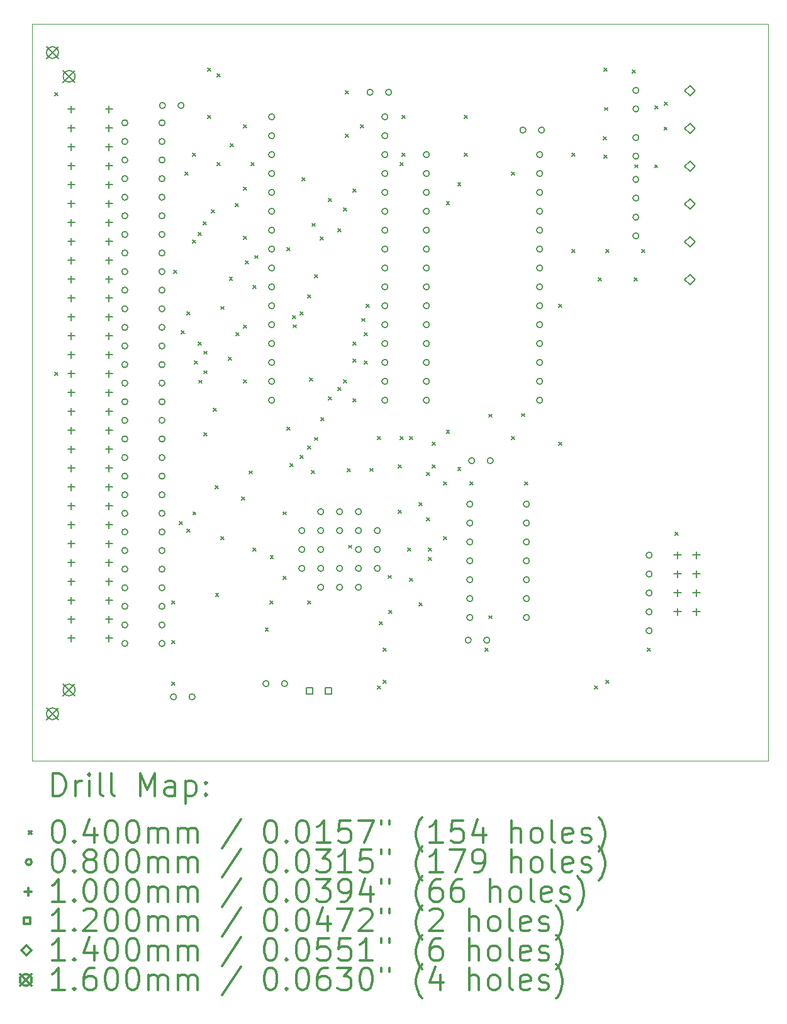
<source format=gbr>
%FSLAX45Y45*%
G04 Gerber Fmt 4.5, Leading zero omitted, Abs format (unit mm)*
G04 Created by KiCad (PCBNEW (5.1.10)-1) date 2024-12-04 14:34:58*
%MOMM*%
%LPD*%
G01*
G04 APERTURE LIST*
%TA.AperFunction,Profile*%
%ADD10C,0.050000*%
%TD*%
%ADD11C,0.200000*%
%ADD12C,0.300000*%
G04 APERTURE END LIST*
D10*
X7620000Y-14986000D02*
X7620000Y-5080000D01*
X17526000Y-5080000D02*
X17526000Y-14986000D01*
X7620000Y-5080000D02*
X17526000Y-5080000D01*
X7620000Y-14986000D02*
X17526000Y-14986000D01*
D11*
X7930200Y-5999800D02*
X7970200Y-6039800D01*
X7970200Y-5999800D02*
X7930200Y-6039800D01*
X7930200Y-9759000D02*
X7970200Y-9799000D01*
X7970200Y-9759000D02*
X7930200Y-9799000D01*
X9505000Y-12832400D02*
X9545000Y-12872400D01*
X9545000Y-12832400D02*
X9505000Y-12872400D01*
X9505000Y-13365800D02*
X9545000Y-13405800D01*
X9545000Y-13365800D02*
X9505000Y-13405800D01*
X9505000Y-13924600D02*
X9545000Y-13964600D01*
X9545000Y-13924600D02*
X9505000Y-13964600D01*
X9529000Y-8386000D02*
X9569000Y-8426000D01*
X9569000Y-8386000D02*
X9529000Y-8426000D01*
X9606600Y-11765600D02*
X9646600Y-11805600D01*
X9646600Y-11765600D02*
X9606600Y-11805600D01*
X9632000Y-9200200D02*
X9672000Y-9240200D01*
X9672000Y-9200200D02*
X9632000Y-9240200D01*
X9682800Y-7066600D02*
X9722800Y-7106600D01*
X9722800Y-7066600D02*
X9682800Y-7106600D01*
X9708200Y-8946200D02*
X9748200Y-8986200D01*
X9748200Y-8946200D02*
X9708200Y-8986200D01*
X9708200Y-11867200D02*
X9748200Y-11907200D01*
X9748200Y-11867200D02*
X9708200Y-11907200D01*
X9784400Y-6812600D02*
X9824400Y-6852600D01*
X9824400Y-6812600D02*
X9784400Y-6852600D01*
X9784400Y-7981000D02*
X9824400Y-8021000D01*
X9824400Y-7981000D02*
X9784400Y-8021000D01*
X9787000Y-11636000D02*
X9827000Y-11676000D01*
X9827000Y-11636000D02*
X9787000Y-11676000D01*
X9809800Y-9606600D02*
X9849800Y-9646600D01*
X9849800Y-9606600D02*
X9809800Y-9646600D01*
X9860600Y-7879400D02*
X9900600Y-7919400D01*
X9900600Y-7879400D02*
X9860600Y-7919400D01*
X9860600Y-9352600D02*
X9900600Y-9392600D01*
X9900600Y-9352600D02*
X9860600Y-9392600D01*
X9864300Y-9864300D02*
X9904300Y-9904300D01*
X9904300Y-9864300D02*
X9864300Y-9904300D01*
X9925300Y-7738500D02*
X9965300Y-7778500D01*
X9965300Y-7738500D02*
X9925300Y-7778500D01*
X9931900Y-9738500D02*
X9971900Y-9778500D01*
X9971900Y-9738500D02*
X9931900Y-9778500D01*
X9933100Y-9475900D02*
X9973100Y-9515900D01*
X9973100Y-9475900D02*
X9933100Y-9515900D01*
X9936800Y-10571800D02*
X9976800Y-10611800D01*
X9976800Y-10571800D02*
X9936800Y-10611800D01*
X9987600Y-5669600D02*
X10027600Y-5709600D01*
X10027600Y-5669600D02*
X9987600Y-5709600D01*
X9987600Y-6304600D02*
X10027600Y-6344600D01*
X10027600Y-6304600D02*
X9987600Y-6344600D01*
X10038400Y-7574600D02*
X10078400Y-7614600D01*
X10078400Y-7574600D02*
X10038400Y-7614600D01*
X10063800Y-10241600D02*
X10103800Y-10281600D01*
X10103800Y-10241600D02*
X10063800Y-10281600D01*
X10089200Y-11283000D02*
X10129200Y-11323000D01*
X10129200Y-11283000D02*
X10089200Y-11323000D01*
X10091220Y-12732820D02*
X10131220Y-12772820D01*
X10131220Y-12732820D02*
X10091220Y-12772820D01*
X10114600Y-5745800D02*
X10154600Y-5785800D01*
X10154600Y-5745800D02*
X10114600Y-5785800D01*
X10114600Y-6939600D02*
X10154600Y-6979600D01*
X10154600Y-6939600D02*
X10114600Y-6979600D01*
X10161700Y-8873700D02*
X10201700Y-8913700D01*
X10201700Y-8873700D02*
X10161700Y-8913700D01*
X10165400Y-11968800D02*
X10205400Y-12008800D01*
X10205400Y-11968800D02*
X10165400Y-12008800D01*
X10267000Y-9555800D02*
X10307000Y-9595800D01*
X10307000Y-9555800D02*
X10267000Y-9595800D01*
X10277901Y-8478099D02*
X10317901Y-8518099D01*
X10317901Y-8478099D02*
X10277901Y-8518099D01*
X10292400Y-6685600D02*
X10332400Y-6725600D01*
X10332400Y-6685600D02*
X10292400Y-6725600D01*
X10358700Y-7488500D02*
X10398700Y-7528500D01*
X10398700Y-7488500D02*
X10358700Y-7528500D01*
X10368600Y-9225600D02*
X10408600Y-9265600D01*
X10408600Y-9225600D02*
X10368600Y-9265600D01*
X10444800Y-11435400D02*
X10484800Y-11475400D01*
X10484800Y-11435400D02*
X10444800Y-11475400D01*
X10470200Y-6431600D02*
X10510200Y-6471600D01*
X10510200Y-6431600D02*
X10470200Y-6471600D01*
X10470200Y-7269800D02*
X10510200Y-7309800D01*
X10510200Y-7269800D02*
X10470200Y-7309800D01*
X10470200Y-7930200D02*
X10510200Y-7970200D01*
X10510200Y-7930200D02*
X10470200Y-7970200D01*
X10470200Y-9124000D02*
X10510200Y-9164000D01*
X10510200Y-9124000D02*
X10470200Y-9164000D01*
X10470200Y-9860600D02*
X10510200Y-9900600D01*
X10510200Y-9860600D02*
X10470200Y-9900600D01*
X10495600Y-8260400D02*
X10535600Y-8300400D01*
X10535600Y-8260400D02*
X10495600Y-8300400D01*
X10542700Y-11083500D02*
X10582700Y-11123500D01*
X10582700Y-11083500D02*
X10542700Y-11123500D01*
X10571800Y-6939600D02*
X10611800Y-6979600D01*
X10611800Y-6939600D02*
X10571800Y-6979600D01*
X10597200Y-8590600D02*
X10637200Y-8630600D01*
X10637200Y-8590600D02*
X10597200Y-8630600D01*
X10597200Y-12121200D02*
X10637200Y-12161200D01*
X10637200Y-12121200D02*
X10597200Y-12161200D01*
X10618900Y-8187900D02*
X10658900Y-8227900D01*
X10658900Y-8187900D02*
X10618900Y-8227900D01*
X10760501Y-13198901D02*
X10800501Y-13238901D01*
X10800501Y-13198901D02*
X10760501Y-13238901D01*
X10825800Y-12832400D02*
X10865800Y-12872400D01*
X10865800Y-12832400D02*
X10825800Y-12872400D01*
X10827820Y-12224820D02*
X10867820Y-12264820D01*
X10867820Y-12224820D02*
X10827820Y-12264820D01*
X11001000Y-11636000D02*
X11041000Y-11676000D01*
X11041000Y-11636000D02*
X11001000Y-11676000D01*
X11003600Y-12502200D02*
X11043600Y-12542200D01*
X11043600Y-12502200D02*
X11003600Y-12542200D01*
X11054400Y-8082600D02*
X11094400Y-8122600D01*
X11094400Y-8082600D02*
X11054400Y-8122600D01*
X11054400Y-10495600D02*
X11094400Y-10535600D01*
X11094400Y-10495600D02*
X11054400Y-10535600D01*
X11094900Y-10988500D02*
X11134900Y-11028500D01*
X11134900Y-10988500D02*
X11094900Y-11028500D01*
X11130600Y-8997000D02*
X11170600Y-9037000D01*
X11170600Y-8997000D02*
X11130600Y-9037000D01*
X11134700Y-9119900D02*
X11174700Y-9159900D01*
X11174700Y-9119900D02*
X11134700Y-9159900D01*
X11232200Y-8946200D02*
X11272200Y-8986200D01*
X11272200Y-8946200D02*
X11232200Y-8986200D01*
X11232200Y-10876600D02*
X11272200Y-10916600D01*
X11272200Y-10876600D02*
X11232200Y-10916600D01*
X11257600Y-7142800D02*
X11297600Y-7182800D01*
X11297600Y-7142800D02*
X11257600Y-7182800D01*
X11333800Y-8717600D02*
X11373800Y-8757600D01*
X11373800Y-8717600D02*
X11333800Y-8757600D01*
X11333800Y-10749600D02*
X11373800Y-10789600D01*
X11373800Y-10749600D02*
X11333800Y-10789600D01*
X11333800Y-12832400D02*
X11373800Y-12872400D01*
X11373800Y-12832400D02*
X11333800Y-12872400D01*
X11359200Y-9835200D02*
X11399200Y-9875200D01*
X11399200Y-9835200D02*
X11359200Y-9875200D01*
X11384600Y-11079800D02*
X11424600Y-11119800D01*
X11424600Y-11079800D02*
X11384600Y-11119800D01*
X11388300Y-7756100D02*
X11428300Y-7796100D01*
X11428300Y-7756100D02*
X11388300Y-7796100D01*
X11422000Y-10636000D02*
X11462000Y-10676000D01*
X11462000Y-10636000D02*
X11422000Y-10676000D01*
X11424499Y-8449101D02*
X11464499Y-8489101D01*
X11464499Y-8449101D02*
X11424499Y-8489101D01*
X11500699Y-7941101D02*
X11540699Y-7981101D01*
X11540699Y-7941101D02*
X11500699Y-7981101D01*
X11511600Y-10368600D02*
X11551600Y-10408600D01*
X11551600Y-10368600D02*
X11511600Y-10408600D01*
X11613200Y-7422200D02*
X11653200Y-7462200D01*
X11653200Y-7422200D02*
X11613200Y-7462200D01*
X11613200Y-10089200D02*
X11653200Y-10129200D01*
X11653200Y-10089200D02*
X11613200Y-10129200D01*
X11740200Y-7828600D02*
X11780200Y-7868600D01*
X11780200Y-7828600D02*
X11740200Y-7868600D01*
X11740200Y-9962200D02*
X11780200Y-10002200D01*
X11780200Y-9962200D02*
X11740200Y-10002200D01*
X11816400Y-7549200D02*
X11856400Y-7589200D01*
X11856400Y-7549200D02*
X11816400Y-7589200D01*
X11816400Y-9860600D02*
X11856400Y-9900600D01*
X11856400Y-9860600D02*
X11816400Y-9900600D01*
X11841800Y-5974400D02*
X11881800Y-6014400D01*
X11881800Y-5974400D02*
X11841800Y-6014400D01*
X11841800Y-6558600D02*
X11881800Y-6598600D01*
X11881800Y-6558600D02*
X11841800Y-6598600D01*
X11867200Y-11054400D02*
X11907200Y-11094400D01*
X11907200Y-11054400D02*
X11867200Y-11094400D01*
X11879900Y-12083100D02*
X11919900Y-12123100D01*
X11919900Y-12083100D02*
X11879900Y-12123100D01*
X11943400Y-7295200D02*
X11983400Y-7335200D01*
X11983400Y-7295200D02*
X11943400Y-7335200D01*
X11943400Y-9352600D02*
X11983400Y-9392600D01*
X11983400Y-9352600D02*
X11943400Y-9392600D01*
X11943400Y-9581200D02*
X11983400Y-9621200D01*
X11983400Y-9581200D02*
X11943400Y-9621200D01*
X11943400Y-10114600D02*
X11983400Y-10154600D01*
X11983400Y-10114600D02*
X11943400Y-10154600D01*
X12045000Y-6431600D02*
X12085000Y-6471600D01*
X12085000Y-6431600D02*
X12045000Y-6471600D01*
X12057700Y-9035100D02*
X12097700Y-9075100D01*
X12097700Y-9035100D02*
X12057700Y-9075100D01*
X12095800Y-9225600D02*
X12135800Y-9265600D01*
X12135800Y-9225600D02*
X12095800Y-9265600D01*
X12095800Y-9606600D02*
X12135800Y-9646600D01*
X12135800Y-9606600D02*
X12095800Y-9646600D01*
X12121200Y-8844600D02*
X12161200Y-8884600D01*
X12161200Y-8844600D02*
X12121200Y-8884600D01*
X12168300Y-11050700D02*
X12208300Y-11090700D01*
X12208300Y-11050700D02*
X12168300Y-11090700D01*
X12273600Y-10622600D02*
X12313600Y-10662600D01*
X12313600Y-10622600D02*
X12273600Y-10662600D01*
X12273600Y-13975400D02*
X12313600Y-14015400D01*
X12313600Y-13975400D02*
X12273600Y-14015400D01*
X12299000Y-13111800D02*
X12339000Y-13151800D01*
X12339000Y-13111800D02*
X12299000Y-13151800D01*
X12349800Y-13467400D02*
X12389800Y-13507400D01*
X12389800Y-13467400D02*
X12349800Y-13507400D01*
X12349800Y-13899200D02*
X12389800Y-13939200D01*
X12389800Y-13899200D02*
X12349800Y-13939200D01*
X12413300Y-12489500D02*
X12453300Y-12529500D01*
X12453300Y-12489500D02*
X12413300Y-12529500D01*
X12426000Y-12959400D02*
X12466000Y-12999400D01*
X12466000Y-12959400D02*
X12426000Y-12999400D01*
X12553000Y-11003600D02*
X12593000Y-11043600D01*
X12593000Y-11003600D02*
X12553000Y-11043600D01*
X12553000Y-11613200D02*
X12593000Y-11653200D01*
X12593000Y-11613200D02*
X12553000Y-11653200D01*
X12578400Y-6939600D02*
X12618400Y-6979600D01*
X12618400Y-6939600D02*
X12578400Y-6979600D01*
X12578400Y-10622600D02*
X12618400Y-10662600D01*
X12618400Y-10622600D02*
X12578400Y-10662600D01*
X12603800Y-6304600D02*
X12643800Y-6344600D01*
X12643800Y-6304600D02*
X12603800Y-6344600D01*
X12603800Y-6812600D02*
X12643800Y-6852600D01*
X12643800Y-6812600D02*
X12603800Y-6852600D01*
X12680000Y-12121200D02*
X12720000Y-12161200D01*
X12720000Y-12121200D02*
X12680000Y-12161200D01*
X12705400Y-10622600D02*
X12745400Y-10662600D01*
X12745400Y-10622600D02*
X12705400Y-10662600D01*
X12705400Y-12527600D02*
X12745400Y-12567600D01*
X12745400Y-12527600D02*
X12705400Y-12567600D01*
X12832400Y-11511600D02*
X12872400Y-11551600D01*
X12872400Y-11511600D02*
X12832400Y-11551600D01*
X12832400Y-12857800D02*
X12872400Y-12897800D01*
X12872400Y-12857800D02*
X12832400Y-12897800D01*
X12931980Y-11716820D02*
X12971980Y-11756820D01*
X12971980Y-11716820D02*
X12931980Y-11756820D01*
X12934000Y-11105200D02*
X12974000Y-11145200D01*
X12974000Y-11105200D02*
X12934000Y-11145200D01*
X12959400Y-12121200D02*
X12999400Y-12161200D01*
X12999400Y-12121200D02*
X12959400Y-12161200D01*
X12959400Y-12248200D02*
X12999400Y-12288200D01*
X12999400Y-12248200D02*
X12959400Y-12288200D01*
X13010200Y-10698800D02*
X13050200Y-10738800D01*
X13050200Y-10698800D02*
X13010200Y-10738800D01*
X13010200Y-11003600D02*
X13050200Y-11043600D01*
X13050200Y-11003600D02*
X13010200Y-11043600D01*
X13160580Y-11970820D02*
X13200580Y-12010820D01*
X13200580Y-11970820D02*
X13160580Y-12010820D01*
X13162600Y-11232200D02*
X13202600Y-11272200D01*
X13202600Y-11232200D02*
X13162600Y-11272200D01*
X13198901Y-7462099D02*
X13238901Y-7502099D01*
X13238901Y-7462099D02*
X13198901Y-7502099D01*
X13198901Y-10535499D02*
X13238901Y-10575499D01*
X13238901Y-10535499D02*
X13198901Y-10575499D01*
X13351301Y-7208099D02*
X13391301Y-7248099D01*
X13391301Y-7208099D02*
X13351301Y-7248099D01*
X13351301Y-11039901D02*
X13391301Y-11079901D01*
X13391301Y-11039901D02*
X13351301Y-11079901D01*
X13442000Y-6304600D02*
X13482000Y-6344600D01*
X13482000Y-6304600D02*
X13442000Y-6344600D01*
X13442000Y-6812600D02*
X13482000Y-6852600D01*
X13482000Y-6812600D02*
X13442000Y-6852600D01*
X13518200Y-11232200D02*
X13558200Y-11272200D01*
X13558200Y-11232200D02*
X13518200Y-11272200D01*
X13721400Y-13467400D02*
X13761400Y-13507400D01*
X13761400Y-13467400D02*
X13721400Y-13507400D01*
X13768200Y-10321800D02*
X13808200Y-10361800D01*
X13808200Y-10321800D02*
X13768200Y-10361800D01*
X13768200Y-13031600D02*
X13808200Y-13071600D01*
X13808200Y-13031600D02*
X13768200Y-13071600D01*
X14077000Y-7066600D02*
X14117000Y-7106600D01*
X14117000Y-7066600D02*
X14077000Y-7106600D01*
X14077000Y-10622600D02*
X14117000Y-10662600D01*
X14117000Y-10622600D02*
X14077000Y-10662600D01*
X14208000Y-10313800D02*
X14248000Y-10353800D01*
X14248000Y-10313800D02*
X14208000Y-10353800D01*
X14254800Y-11232200D02*
X14294800Y-11272200D01*
X14294800Y-11232200D02*
X14254800Y-11272200D01*
X14712000Y-8844600D02*
X14752000Y-8884600D01*
X14752000Y-8844600D02*
X14712000Y-8884600D01*
X14712000Y-10698800D02*
X14752000Y-10738800D01*
X14752000Y-10698800D02*
X14712000Y-10738800D01*
X14889800Y-6812600D02*
X14929800Y-6852600D01*
X14929800Y-6812600D02*
X14889800Y-6852600D01*
X14889800Y-8108000D02*
X14929800Y-8148000D01*
X14929800Y-8108000D02*
X14889800Y-8148000D01*
X15194600Y-13975400D02*
X15234600Y-14015400D01*
X15234600Y-13975400D02*
X15194600Y-14015400D01*
X15245400Y-8489000D02*
X15285400Y-8529000D01*
X15285400Y-8489000D02*
X15245400Y-8529000D01*
X15310700Y-6594900D02*
X15350700Y-6634900D01*
X15350700Y-6594900D02*
X15310700Y-6634900D01*
X15321600Y-5669600D02*
X15361600Y-5709600D01*
X15361600Y-5669600D02*
X15321600Y-5709600D01*
X15321600Y-6838000D02*
X15361600Y-6878000D01*
X15361600Y-6838000D02*
X15321600Y-6878000D01*
X15325600Y-6199000D02*
X15365600Y-6239000D01*
X15365600Y-6199000D02*
X15325600Y-6239000D01*
X15347000Y-8108000D02*
X15387000Y-8148000D01*
X15387000Y-8108000D02*
X15347000Y-8148000D01*
X15347000Y-13899200D02*
X15387000Y-13939200D01*
X15387000Y-13899200D02*
X15347000Y-13939200D01*
X15702600Y-5695000D02*
X15742600Y-5735000D01*
X15742600Y-5695000D02*
X15702600Y-5735000D01*
X15728000Y-8489000D02*
X15768000Y-8529000D01*
X15768000Y-8489000D02*
X15728000Y-8529000D01*
X15733800Y-6970800D02*
X15773800Y-7010800D01*
X15773800Y-6970800D02*
X15733800Y-7010800D01*
X15829600Y-8108000D02*
X15869600Y-8148000D01*
X15869600Y-8108000D02*
X15829600Y-8148000D01*
X15905800Y-13467400D02*
X15945800Y-13507400D01*
X15945800Y-13467400D02*
X15905800Y-13507400D01*
X16001600Y-6970800D02*
X16041600Y-7010800D01*
X16041600Y-6970800D02*
X16001600Y-7010800D01*
X16007400Y-6177600D02*
X16047400Y-6217600D01*
X16047400Y-6177600D02*
X16007400Y-6217600D01*
X16128600Y-6462800D02*
X16168600Y-6502800D01*
X16168600Y-6462800D02*
X16128600Y-6502800D01*
X16134400Y-6126800D02*
X16174400Y-6166800D01*
X16174400Y-6126800D02*
X16134400Y-6166800D01*
X16275899Y-11907099D02*
X16315899Y-11947099D01*
X16315899Y-11907099D02*
X16275899Y-11947099D01*
X8910000Y-6406000D02*
G75*
G03*
X8910000Y-6406000I-40000J0D01*
G01*
X8910000Y-6656000D02*
G75*
G03*
X8910000Y-6656000I-40000J0D01*
G01*
X8910000Y-6906000D02*
G75*
G03*
X8910000Y-6906000I-40000J0D01*
G01*
X8910000Y-7156000D02*
G75*
G03*
X8910000Y-7156000I-40000J0D01*
G01*
X8910000Y-7406000D02*
G75*
G03*
X8910000Y-7406000I-40000J0D01*
G01*
X8910000Y-7656000D02*
G75*
G03*
X8910000Y-7656000I-40000J0D01*
G01*
X8910000Y-7906000D02*
G75*
G03*
X8910000Y-7906000I-40000J0D01*
G01*
X8910000Y-8156000D02*
G75*
G03*
X8910000Y-8156000I-40000J0D01*
G01*
X8910000Y-8406000D02*
G75*
G03*
X8910000Y-8406000I-40000J0D01*
G01*
X8910000Y-8656000D02*
G75*
G03*
X8910000Y-8656000I-40000J0D01*
G01*
X8910000Y-8906000D02*
G75*
G03*
X8910000Y-8906000I-40000J0D01*
G01*
X8910000Y-9156000D02*
G75*
G03*
X8910000Y-9156000I-40000J0D01*
G01*
X8910000Y-9406000D02*
G75*
G03*
X8910000Y-9406000I-40000J0D01*
G01*
X8910000Y-9656000D02*
G75*
G03*
X8910000Y-9656000I-40000J0D01*
G01*
X8910000Y-9906000D02*
G75*
G03*
X8910000Y-9906000I-40000J0D01*
G01*
X8910000Y-10156000D02*
G75*
G03*
X8910000Y-10156000I-40000J0D01*
G01*
X8910000Y-10406000D02*
G75*
G03*
X8910000Y-10406000I-40000J0D01*
G01*
X8910000Y-10656000D02*
G75*
G03*
X8910000Y-10656000I-40000J0D01*
G01*
X8910000Y-10906000D02*
G75*
G03*
X8910000Y-10906000I-40000J0D01*
G01*
X8910000Y-11156000D02*
G75*
G03*
X8910000Y-11156000I-40000J0D01*
G01*
X8910000Y-11406000D02*
G75*
G03*
X8910000Y-11406000I-40000J0D01*
G01*
X8910000Y-11656000D02*
G75*
G03*
X8910000Y-11656000I-40000J0D01*
G01*
X8910000Y-11906000D02*
G75*
G03*
X8910000Y-11906000I-40000J0D01*
G01*
X8910000Y-12156000D02*
G75*
G03*
X8910000Y-12156000I-40000J0D01*
G01*
X8910000Y-12406000D02*
G75*
G03*
X8910000Y-12406000I-40000J0D01*
G01*
X8910000Y-12656000D02*
G75*
G03*
X8910000Y-12656000I-40000J0D01*
G01*
X8910000Y-12906000D02*
G75*
G03*
X8910000Y-12906000I-40000J0D01*
G01*
X8910000Y-13156000D02*
G75*
G03*
X8910000Y-13156000I-40000J0D01*
G01*
X8910000Y-13406000D02*
G75*
G03*
X8910000Y-13406000I-40000J0D01*
G01*
X9410000Y-6406000D02*
G75*
G03*
X9410000Y-6406000I-40000J0D01*
G01*
X9410000Y-6656000D02*
G75*
G03*
X9410000Y-6656000I-40000J0D01*
G01*
X9410000Y-6906000D02*
G75*
G03*
X9410000Y-6906000I-40000J0D01*
G01*
X9410000Y-7156000D02*
G75*
G03*
X9410000Y-7156000I-40000J0D01*
G01*
X9410000Y-7406000D02*
G75*
G03*
X9410000Y-7406000I-40000J0D01*
G01*
X9410000Y-7656000D02*
G75*
G03*
X9410000Y-7656000I-40000J0D01*
G01*
X9410000Y-7906000D02*
G75*
G03*
X9410000Y-7906000I-40000J0D01*
G01*
X9410000Y-8156000D02*
G75*
G03*
X9410000Y-8156000I-40000J0D01*
G01*
X9410000Y-8406000D02*
G75*
G03*
X9410000Y-8406000I-40000J0D01*
G01*
X9410000Y-8656000D02*
G75*
G03*
X9410000Y-8656000I-40000J0D01*
G01*
X9410000Y-8906000D02*
G75*
G03*
X9410000Y-8906000I-40000J0D01*
G01*
X9410000Y-9156000D02*
G75*
G03*
X9410000Y-9156000I-40000J0D01*
G01*
X9410000Y-9406000D02*
G75*
G03*
X9410000Y-9406000I-40000J0D01*
G01*
X9410000Y-9656000D02*
G75*
G03*
X9410000Y-9656000I-40000J0D01*
G01*
X9410000Y-9906000D02*
G75*
G03*
X9410000Y-9906000I-40000J0D01*
G01*
X9410000Y-10156000D02*
G75*
G03*
X9410000Y-10156000I-40000J0D01*
G01*
X9410000Y-10406000D02*
G75*
G03*
X9410000Y-10406000I-40000J0D01*
G01*
X9410000Y-10656000D02*
G75*
G03*
X9410000Y-10656000I-40000J0D01*
G01*
X9410000Y-10906000D02*
G75*
G03*
X9410000Y-10906000I-40000J0D01*
G01*
X9410000Y-11156000D02*
G75*
G03*
X9410000Y-11156000I-40000J0D01*
G01*
X9410000Y-11406000D02*
G75*
G03*
X9410000Y-11406000I-40000J0D01*
G01*
X9410000Y-11656000D02*
G75*
G03*
X9410000Y-11656000I-40000J0D01*
G01*
X9410000Y-11906000D02*
G75*
G03*
X9410000Y-11906000I-40000J0D01*
G01*
X9410000Y-12156000D02*
G75*
G03*
X9410000Y-12156000I-40000J0D01*
G01*
X9410000Y-12406000D02*
G75*
G03*
X9410000Y-12406000I-40000J0D01*
G01*
X9410000Y-12656000D02*
G75*
G03*
X9410000Y-12656000I-40000J0D01*
G01*
X9410000Y-12906000D02*
G75*
G03*
X9410000Y-12906000I-40000J0D01*
G01*
X9410000Y-13156000D02*
G75*
G03*
X9410000Y-13156000I-40000J0D01*
G01*
X9410000Y-13406000D02*
G75*
G03*
X9410000Y-13406000I-40000J0D01*
G01*
X9416600Y-6172200D02*
G75*
G03*
X9416600Y-6172200I-40000J0D01*
G01*
X9565000Y-14122400D02*
G75*
G03*
X9565000Y-14122400I-40000J0D01*
G01*
X9666600Y-6172200D02*
G75*
G03*
X9666600Y-6172200I-40000J0D01*
G01*
X9815000Y-14122400D02*
G75*
G03*
X9815000Y-14122400I-40000J0D01*
G01*
X10809600Y-13944600D02*
G75*
G03*
X10809600Y-13944600I-40000J0D01*
G01*
X10885800Y-6324600D02*
G75*
G03*
X10885800Y-6324600I-40000J0D01*
G01*
X10885800Y-6578600D02*
G75*
G03*
X10885800Y-6578600I-40000J0D01*
G01*
X10885800Y-6832600D02*
G75*
G03*
X10885800Y-6832600I-40000J0D01*
G01*
X10885800Y-7086600D02*
G75*
G03*
X10885800Y-7086600I-40000J0D01*
G01*
X10885800Y-7340600D02*
G75*
G03*
X10885800Y-7340600I-40000J0D01*
G01*
X10885800Y-7594600D02*
G75*
G03*
X10885800Y-7594600I-40000J0D01*
G01*
X10885800Y-7848600D02*
G75*
G03*
X10885800Y-7848600I-40000J0D01*
G01*
X10885800Y-8102600D02*
G75*
G03*
X10885800Y-8102600I-40000J0D01*
G01*
X10885800Y-8356600D02*
G75*
G03*
X10885800Y-8356600I-40000J0D01*
G01*
X10885800Y-8610600D02*
G75*
G03*
X10885800Y-8610600I-40000J0D01*
G01*
X10885800Y-8864600D02*
G75*
G03*
X10885800Y-8864600I-40000J0D01*
G01*
X10885800Y-9118600D02*
G75*
G03*
X10885800Y-9118600I-40000J0D01*
G01*
X10885800Y-9372600D02*
G75*
G03*
X10885800Y-9372600I-40000J0D01*
G01*
X10885800Y-9626600D02*
G75*
G03*
X10885800Y-9626600I-40000J0D01*
G01*
X10885800Y-9880600D02*
G75*
G03*
X10885800Y-9880600I-40000J0D01*
G01*
X10885800Y-10134600D02*
G75*
G03*
X10885800Y-10134600I-40000J0D01*
G01*
X11059600Y-13944600D02*
G75*
G03*
X11059600Y-13944600I-40000J0D01*
G01*
X11292200Y-11887200D02*
G75*
G03*
X11292200Y-11887200I-40000J0D01*
G01*
X11292200Y-12141200D02*
G75*
G03*
X11292200Y-12141200I-40000J0D01*
G01*
X11292200Y-12395200D02*
G75*
G03*
X11292200Y-12395200I-40000J0D01*
G01*
X11546200Y-11633200D02*
G75*
G03*
X11546200Y-11633200I-40000J0D01*
G01*
X11546200Y-11887200D02*
G75*
G03*
X11546200Y-11887200I-40000J0D01*
G01*
X11546200Y-12141200D02*
G75*
G03*
X11546200Y-12141200I-40000J0D01*
G01*
X11546200Y-12395200D02*
G75*
G03*
X11546200Y-12395200I-40000J0D01*
G01*
X11546200Y-12649200D02*
G75*
G03*
X11546200Y-12649200I-40000J0D01*
G01*
X11800200Y-11633200D02*
G75*
G03*
X11800200Y-11633200I-40000J0D01*
G01*
X11800200Y-11887200D02*
G75*
G03*
X11800200Y-11887200I-40000J0D01*
G01*
X11800200Y-12395200D02*
G75*
G03*
X11800200Y-12395200I-40000J0D01*
G01*
X11800200Y-12649200D02*
G75*
G03*
X11800200Y-12649200I-40000J0D01*
G01*
X12054200Y-11633200D02*
G75*
G03*
X12054200Y-11633200I-40000J0D01*
G01*
X12054200Y-11887200D02*
G75*
G03*
X12054200Y-11887200I-40000J0D01*
G01*
X12054200Y-12141200D02*
G75*
G03*
X12054200Y-12141200I-40000J0D01*
G01*
X12054200Y-12395200D02*
G75*
G03*
X12054200Y-12395200I-40000J0D01*
G01*
X12054200Y-12649200D02*
G75*
G03*
X12054200Y-12649200I-40000J0D01*
G01*
X12210600Y-5994400D02*
G75*
G03*
X12210600Y-5994400I-40000J0D01*
G01*
X12308200Y-11887200D02*
G75*
G03*
X12308200Y-11887200I-40000J0D01*
G01*
X12308200Y-12141200D02*
G75*
G03*
X12308200Y-12141200I-40000J0D01*
G01*
X12308200Y-12395200D02*
G75*
G03*
X12308200Y-12395200I-40000J0D01*
G01*
X12409800Y-6324600D02*
G75*
G03*
X12409800Y-6324600I-40000J0D01*
G01*
X12409800Y-6578600D02*
G75*
G03*
X12409800Y-6578600I-40000J0D01*
G01*
X12409800Y-6832600D02*
G75*
G03*
X12409800Y-6832600I-40000J0D01*
G01*
X12409800Y-7086600D02*
G75*
G03*
X12409800Y-7086600I-40000J0D01*
G01*
X12409800Y-7340600D02*
G75*
G03*
X12409800Y-7340600I-40000J0D01*
G01*
X12409800Y-7594600D02*
G75*
G03*
X12409800Y-7594600I-40000J0D01*
G01*
X12409800Y-7848600D02*
G75*
G03*
X12409800Y-7848600I-40000J0D01*
G01*
X12409800Y-8102600D02*
G75*
G03*
X12409800Y-8102600I-40000J0D01*
G01*
X12409800Y-8356600D02*
G75*
G03*
X12409800Y-8356600I-40000J0D01*
G01*
X12409800Y-8610600D02*
G75*
G03*
X12409800Y-8610600I-40000J0D01*
G01*
X12409800Y-8864600D02*
G75*
G03*
X12409800Y-8864600I-40000J0D01*
G01*
X12409800Y-9118600D02*
G75*
G03*
X12409800Y-9118600I-40000J0D01*
G01*
X12409800Y-9372600D02*
G75*
G03*
X12409800Y-9372600I-40000J0D01*
G01*
X12409800Y-9626600D02*
G75*
G03*
X12409800Y-9626600I-40000J0D01*
G01*
X12409800Y-9880600D02*
G75*
G03*
X12409800Y-9880600I-40000J0D01*
G01*
X12409800Y-10134600D02*
G75*
G03*
X12409800Y-10134600I-40000J0D01*
G01*
X12460600Y-5994400D02*
G75*
G03*
X12460600Y-5994400I-40000J0D01*
G01*
X12968600Y-6832600D02*
G75*
G03*
X12968600Y-6832600I-40000J0D01*
G01*
X12968600Y-7086600D02*
G75*
G03*
X12968600Y-7086600I-40000J0D01*
G01*
X12968600Y-7340600D02*
G75*
G03*
X12968600Y-7340600I-40000J0D01*
G01*
X12968600Y-7594600D02*
G75*
G03*
X12968600Y-7594600I-40000J0D01*
G01*
X12968600Y-7848600D02*
G75*
G03*
X12968600Y-7848600I-40000J0D01*
G01*
X12968600Y-8102600D02*
G75*
G03*
X12968600Y-8102600I-40000J0D01*
G01*
X12968600Y-8356600D02*
G75*
G03*
X12968600Y-8356600I-40000J0D01*
G01*
X12968600Y-8610600D02*
G75*
G03*
X12968600Y-8610600I-40000J0D01*
G01*
X12968600Y-8864600D02*
G75*
G03*
X12968600Y-8864600I-40000J0D01*
G01*
X12968600Y-9118600D02*
G75*
G03*
X12968600Y-9118600I-40000J0D01*
G01*
X12968600Y-9372600D02*
G75*
G03*
X12968600Y-9372600I-40000J0D01*
G01*
X12968600Y-9626600D02*
G75*
G03*
X12968600Y-9626600I-40000J0D01*
G01*
X12968600Y-9880600D02*
G75*
G03*
X12968600Y-9880600I-40000J0D01*
G01*
X12968600Y-10134600D02*
G75*
G03*
X12968600Y-10134600I-40000J0D01*
G01*
X13531400Y-13360400D02*
G75*
G03*
X13531400Y-13360400I-40000J0D01*
G01*
X13552800Y-11531600D02*
G75*
G03*
X13552800Y-11531600I-40000J0D01*
G01*
X13552800Y-11785600D02*
G75*
G03*
X13552800Y-11785600I-40000J0D01*
G01*
X13552800Y-12039600D02*
G75*
G03*
X13552800Y-12039600I-40000J0D01*
G01*
X13552800Y-12293600D02*
G75*
G03*
X13552800Y-12293600I-40000J0D01*
G01*
X13552800Y-12547600D02*
G75*
G03*
X13552800Y-12547600I-40000J0D01*
G01*
X13552800Y-12801600D02*
G75*
G03*
X13552800Y-12801600I-40000J0D01*
G01*
X13552800Y-13055600D02*
G75*
G03*
X13552800Y-13055600I-40000J0D01*
G01*
X13578200Y-10947400D02*
G75*
G03*
X13578200Y-10947400I-40000J0D01*
G01*
X13781400Y-13360400D02*
G75*
G03*
X13781400Y-13360400I-40000J0D01*
G01*
X13828200Y-10947400D02*
G75*
G03*
X13828200Y-10947400I-40000J0D01*
G01*
X14268000Y-6502400D02*
G75*
G03*
X14268000Y-6502400I-40000J0D01*
G01*
X14314800Y-11531600D02*
G75*
G03*
X14314800Y-11531600I-40000J0D01*
G01*
X14314800Y-11785600D02*
G75*
G03*
X14314800Y-11785600I-40000J0D01*
G01*
X14314800Y-12039600D02*
G75*
G03*
X14314800Y-12039600I-40000J0D01*
G01*
X14314800Y-12293600D02*
G75*
G03*
X14314800Y-12293600I-40000J0D01*
G01*
X14314800Y-12547600D02*
G75*
G03*
X14314800Y-12547600I-40000J0D01*
G01*
X14314800Y-12801600D02*
G75*
G03*
X14314800Y-12801600I-40000J0D01*
G01*
X14314800Y-13055600D02*
G75*
G03*
X14314800Y-13055600I-40000J0D01*
G01*
X14492600Y-6832600D02*
G75*
G03*
X14492600Y-6832600I-40000J0D01*
G01*
X14492600Y-7086600D02*
G75*
G03*
X14492600Y-7086600I-40000J0D01*
G01*
X14492600Y-7340600D02*
G75*
G03*
X14492600Y-7340600I-40000J0D01*
G01*
X14492600Y-7594600D02*
G75*
G03*
X14492600Y-7594600I-40000J0D01*
G01*
X14492600Y-7848600D02*
G75*
G03*
X14492600Y-7848600I-40000J0D01*
G01*
X14492600Y-8102600D02*
G75*
G03*
X14492600Y-8102600I-40000J0D01*
G01*
X14492600Y-8356600D02*
G75*
G03*
X14492600Y-8356600I-40000J0D01*
G01*
X14492600Y-8610600D02*
G75*
G03*
X14492600Y-8610600I-40000J0D01*
G01*
X14492600Y-8864600D02*
G75*
G03*
X14492600Y-8864600I-40000J0D01*
G01*
X14492600Y-9118600D02*
G75*
G03*
X14492600Y-9118600I-40000J0D01*
G01*
X14492600Y-9372600D02*
G75*
G03*
X14492600Y-9372600I-40000J0D01*
G01*
X14492600Y-9626600D02*
G75*
G03*
X14492600Y-9626600I-40000J0D01*
G01*
X14492600Y-9880600D02*
G75*
G03*
X14492600Y-9880600I-40000J0D01*
G01*
X14492600Y-10134600D02*
G75*
G03*
X14492600Y-10134600I-40000J0D01*
G01*
X14518000Y-6502400D02*
G75*
G03*
X14518000Y-6502400I-40000J0D01*
G01*
X15788000Y-5969000D02*
G75*
G03*
X15788000Y-5969000I-40000J0D01*
G01*
X15788000Y-6219000D02*
G75*
G03*
X15788000Y-6219000I-40000J0D01*
G01*
X15788000Y-6604000D02*
G75*
G03*
X15788000Y-6604000I-40000J0D01*
G01*
X15788000Y-6854000D02*
G75*
G03*
X15788000Y-6854000I-40000J0D01*
G01*
X15788000Y-7166800D02*
G75*
G03*
X15788000Y-7166800I-40000J0D01*
G01*
X15788000Y-7416800D02*
G75*
G03*
X15788000Y-7416800I-40000J0D01*
G01*
X15788000Y-7674800D02*
G75*
G03*
X15788000Y-7674800I-40000J0D01*
G01*
X15788000Y-7924800D02*
G75*
G03*
X15788000Y-7924800I-40000J0D01*
G01*
X15965800Y-12217400D02*
G75*
G03*
X15965800Y-12217400I-40000J0D01*
G01*
X15965800Y-12471400D02*
G75*
G03*
X15965800Y-12471400I-40000J0D01*
G01*
X15965800Y-12725400D02*
G75*
G03*
X15965800Y-12725400I-40000J0D01*
G01*
X15965800Y-12979400D02*
G75*
G03*
X15965800Y-12979400I-40000J0D01*
G01*
X15965800Y-13233400D02*
G75*
G03*
X15965800Y-13233400I-40000J0D01*
G01*
X8150860Y-6173000D02*
X8150860Y-6273000D01*
X8100860Y-6223000D02*
X8200860Y-6223000D01*
X8150860Y-6427000D02*
X8150860Y-6527000D01*
X8100860Y-6477000D02*
X8200860Y-6477000D01*
X8150860Y-6681000D02*
X8150860Y-6781000D01*
X8100860Y-6731000D02*
X8200860Y-6731000D01*
X8150860Y-6935000D02*
X8150860Y-7035000D01*
X8100860Y-6985000D02*
X8200860Y-6985000D01*
X8150860Y-7189000D02*
X8150860Y-7289000D01*
X8100860Y-7239000D02*
X8200860Y-7239000D01*
X8150860Y-7443000D02*
X8150860Y-7543000D01*
X8100860Y-7493000D02*
X8200860Y-7493000D01*
X8150860Y-7697000D02*
X8150860Y-7797000D01*
X8100860Y-7747000D02*
X8200860Y-7747000D01*
X8150860Y-7951000D02*
X8150860Y-8051000D01*
X8100860Y-8001000D02*
X8200860Y-8001000D01*
X8150860Y-8205000D02*
X8150860Y-8305000D01*
X8100860Y-8255000D02*
X8200860Y-8255000D01*
X8150860Y-8459000D02*
X8150860Y-8559000D01*
X8100860Y-8509000D02*
X8200860Y-8509000D01*
X8150860Y-8713000D02*
X8150860Y-8813000D01*
X8100860Y-8763000D02*
X8200860Y-8763000D01*
X8150860Y-8967000D02*
X8150860Y-9067000D01*
X8100860Y-9017000D02*
X8200860Y-9017000D01*
X8150860Y-9221000D02*
X8150860Y-9321000D01*
X8100860Y-9271000D02*
X8200860Y-9271000D01*
X8150860Y-9475000D02*
X8150860Y-9575000D01*
X8100860Y-9525000D02*
X8200860Y-9525000D01*
X8150860Y-9729000D02*
X8150860Y-9829000D01*
X8100860Y-9779000D02*
X8200860Y-9779000D01*
X8150860Y-9983000D02*
X8150860Y-10083000D01*
X8100860Y-10033000D02*
X8200860Y-10033000D01*
X8150860Y-10237000D02*
X8150860Y-10337000D01*
X8100860Y-10287000D02*
X8200860Y-10287000D01*
X8150860Y-10491000D02*
X8150860Y-10591000D01*
X8100860Y-10541000D02*
X8200860Y-10541000D01*
X8150860Y-10745000D02*
X8150860Y-10845000D01*
X8100860Y-10795000D02*
X8200860Y-10795000D01*
X8150860Y-10999000D02*
X8150860Y-11099000D01*
X8100860Y-11049000D02*
X8200860Y-11049000D01*
X8150860Y-11253000D02*
X8150860Y-11353000D01*
X8100860Y-11303000D02*
X8200860Y-11303000D01*
X8150860Y-11507000D02*
X8150860Y-11607000D01*
X8100860Y-11557000D02*
X8200860Y-11557000D01*
X8150860Y-11761000D02*
X8150860Y-11861000D01*
X8100860Y-11811000D02*
X8200860Y-11811000D01*
X8150860Y-12015000D02*
X8150860Y-12115000D01*
X8100860Y-12065000D02*
X8200860Y-12065000D01*
X8150860Y-12269000D02*
X8150860Y-12369000D01*
X8100860Y-12319000D02*
X8200860Y-12319000D01*
X8150860Y-12523000D02*
X8150860Y-12623000D01*
X8100860Y-12573000D02*
X8200860Y-12573000D01*
X8150860Y-12777000D02*
X8150860Y-12877000D01*
X8100860Y-12827000D02*
X8200860Y-12827000D01*
X8150860Y-13031000D02*
X8150860Y-13131000D01*
X8100860Y-13081000D02*
X8200860Y-13081000D01*
X8150860Y-13285000D02*
X8150860Y-13385000D01*
X8100860Y-13335000D02*
X8200860Y-13335000D01*
X8658860Y-6173000D02*
X8658860Y-6273000D01*
X8608860Y-6223000D02*
X8708860Y-6223000D01*
X8658860Y-6427000D02*
X8658860Y-6527000D01*
X8608860Y-6477000D02*
X8708860Y-6477000D01*
X8658860Y-6681000D02*
X8658860Y-6781000D01*
X8608860Y-6731000D02*
X8708860Y-6731000D01*
X8658860Y-6935000D02*
X8658860Y-7035000D01*
X8608860Y-6985000D02*
X8708860Y-6985000D01*
X8658860Y-7189000D02*
X8658860Y-7289000D01*
X8608860Y-7239000D02*
X8708860Y-7239000D01*
X8658860Y-7443000D02*
X8658860Y-7543000D01*
X8608860Y-7493000D02*
X8708860Y-7493000D01*
X8658860Y-7697000D02*
X8658860Y-7797000D01*
X8608860Y-7747000D02*
X8708860Y-7747000D01*
X8658860Y-7951000D02*
X8658860Y-8051000D01*
X8608860Y-8001000D02*
X8708860Y-8001000D01*
X8658860Y-8205000D02*
X8658860Y-8305000D01*
X8608860Y-8255000D02*
X8708860Y-8255000D01*
X8658860Y-8459000D02*
X8658860Y-8559000D01*
X8608860Y-8509000D02*
X8708860Y-8509000D01*
X8658860Y-8713000D02*
X8658860Y-8813000D01*
X8608860Y-8763000D02*
X8708860Y-8763000D01*
X8658860Y-8967000D02*
X8658860Y-9067000D01*
X8608860Y-9017000D02*
X8708860Y-9017000D01*
X8658860Y-9221000D02*
X8658860Y-9321000D01*
X8608860Y-9271000D02*
X8708860Y-9271000D01*
X8658860Y-9475000D02*
X8658860Y-9575000D01*
X8608860Y-9525000D02*
X8708860Y-9525000D01*
X8658860Y-9729000D02*
X8658860Y-9829000D01*
X8608860Y-9779000D02*
X8708860Y-9779000D01*
X8658860Y-9983000D02*
X8658860Y-10083000D01*
X8608860Y-10033000D02*
X8708860Y-10033000D01*
X8658860Y-10237000D02*
X8658860Y-10337000D01*
X8608860Y-10287000D02*
X8708860Y-10287000D01*
X8658860Y-10491000D02*
X8658860Y-10591000D01*
X8608860Y-10541000D02*
X8708860Y-10541000D01*
X8658860Y-10745000D02*
X8658860Y-10845000D01*
X8608860Y-10795000D02*
X8708860Y-10795000D01*
X8658860Y-10999000D02*
X8658860Y-11099000D01*
X8608860Y-11049000D02*
X8708860Y-11049000D01*
X8658860Y-11253000D02*
X8658860Y-11353000D01*
X8608860Y-11303000D02*
X8708860Y-11303000D01*
X8658860Y-11507000D02*
X8658860Y-11607000D01*
X8608860Y-11557000D02*
X8708860Y-11557000D01*
X8658860Y-11761000D02*
X8658860Y-11861000D01*
X8608860Y-11811000D02*
X8708860Y-11811000D01*
X8658860Y-12015000D02*
X8658860Y-12115000D01*
X8608860Y-12065000D02*
X8708860Y-12065000D01*
X8658860Y-12269000D02*
X8658860Y-12369000D01*
X8608860Y-12319000D02*
X8708860Y-12319000D01*
X8658860Y-12523000D02*
X8658860Y-12623000D01*
X8608860Y-12573000D02*
X8708860Y-12573000D01*
X8658860Y-12777000D02*
X8658860Y-12877000D01*
X8608860Y-12827000D02*
X8708860Y-12827000D01*
X8658860Y-13031000D02*
X8658860Y-13131000D01*
X8608860Y-13081000D02*
X8708860Y-13081000D01*
X8658860Y-13285000D02*
X8658860Y-13385000D01*
X8608860Y-13335000D02*
X8708860Y-13335000D01*
X16306800Y-12167400D02*
X16306800Y-12267400D01*
X16256800Y-12217400D02*
X16356800Y-12217400D01*
X16306800Y-12421400D02*
X16306800Y-12521400D01*
X16256800Y-12471400D02*
X16356800Y-12471400D01*
X16306800Y-12675400D02*
X16306800Y-12775400D01*
X16256800Y-12725400D02*
X16356800Y-12725400D01*
X16306800Y-12929400D02*
X16306800Y-13029400D01*
X16256800Y-12979400D02*
X16356800Y-12979400D01*
X16560800Y-12167400D02*
X16560800Y-12267400D01*
X16510800Y-12217400D02*
X16610800Y-12217400D01*
X16560800Y-12421400D02*
X16560800Y-12521400D01*
X16510800Y-12471400D02*
X16610800Y-12471400D01*
X16560800Y-12675400D02*
X16560800Y-12775400D01*
X16510800Y-12725400D02*
X16610800Y-12725400D01*
X16560800Y-12929400D02*
X16560800Y-13029400D01*
X16510800Y-12979400D02*
X16610800Y-12979400D01*
X11396227Y-14088627D02*
X11396227Y-14003773D01*
X11311373Y-14003773D01*
X11311373Y-14088627D01*
X11396227Y-14088627D01*
X11650227Y-14088627D02*
X11650227Y-14003773D01*
X11565373Y-14003773D01*
X11565373Y-14088627D01*
X11650227Y-14088627D01*
X16475100Y-6044800D02*
X16545100Y-5974800D01*
X16475100Y-5904800D01*
X16405100Y-5974800D01*
X16475100Y-6044800D01*
X16475100Y-6552800D02*
X16545100Y-6482800D01*
X16475100Y-6412800D01*
X16405100Y-6482800D01*
X16475100Y-6552800D01*
X16475100Y-7060800D02*
X16545100Y-6990800D01*
X16475100Y-6920800D01*
X16405100Y-6990800D01*
X16475100Y-7060800D01*
X16475100Y-7568800D02*
X16545100Y-7498800D01*
X16475100Y-7428800D01*
X16405100Y-7498800D01*
X16475100Y-7568800D01*
X16475100Y-8076800D02*
X16545100Y-8006800D01*
X16475100Y-7936800D01*
X16405100Y-8006800D01*
X16475100Y-8076800D01*
X16475100Y-8584800D02*
X16545100Y-8514800D01*
X16475100Y-8444800D01*
X16405100Y-8514800D01*
X16475100Y-8584800D01*
X7816860Y-5381000D02*
X7976860Y-5541000D01*
X7976860Y-5381000D02*
X7816860Y-5541000D01*
X7976860Y-5461000D02*
G75*
G03*
X7976860Y-5461000I-80000J0D01*
G01*
X7816860Y-14271000D02*
X7976860Y-14431000D01*
X7976860Y-14271000D02*
X7816860Y-14431000D01*
X7976860Y-14351000D02*
G75*
G03*
X7976860Y-14351000I-80000J0D01*
G01*
X8040000Y-5701000D02*
X8200000Y-5861000D01*
X8200000Y-5701000D02*
X8040000Y-5861000D01*
X8200000Y-5781000D02*
G75*
G03*
X8200000Y-5781000I-80000J0D01*
G01*
X8040000Y-13951000D02*
X8200000Y-14111000D01*
X8200000Y-13951000D02*
X8040000Y-14111000D01*
X8200000Y-14031000D02*
G75*
G03*
X8200000Y-14031000I-80000J0D01*
G01*
D12*
X7903928Y-15454214D02*
X7903928Y-15154214D01*
X7975357Y-15154214D01*
X8018214Y-15168500D01*
X8046786Y-15197071D01*
X8061071Y-15225643D01*
X8075357Y-15282786D01*
X8075357Y-15325643D01*
X8061071Y-15382786D01*
X8046786Y-15411357D01*
X8018214Y-15439929D01*
X7975357Y-15454214D01*
X7903928Y-15454214D01*
X8203928Y-15454214D02*
X8203928Y-15254214D01*
X8203928Y-15311357D02*
X8218214Y-15282786D01*
X8232500Y-15268500D01*
X8261071Y-15254214D01*
X8289643Y-15254214D01*
X8389643Y-15454214D02*
X8389643Y-15254214D01*
X8389643Y-15154214D02*
X8375357Y-15168500D01*
X8389643Y-15182786D01*
X8403928Y-15168500D01*
X8389643Y-15154214D01*
X8389643Y-15182786D01*
X8575357Y-15454214D02*
X8546786Y-15439929D01*
X8532500Y-15411357D01*
X8532500Y-15154214D01*
X8732500Y-15454214D02*
X8703928Y-15439929D01*
X8689643Y-15411357D01*
X8689643Y-15154214D01*
X9075357Y-15454214D02*
X9075357Y-15154214D01*
X9175357Y-15368500D01*
X9275357Y-15154214D01*
X9275357Y-15454214D01*
X9546786Y-15454214D02*
X9546786Y-15297071D01*
X9532500Y-15268500D01*
X9503928Y-15254214D01*
X9446786Y-15254214D01*
X9418214Y-15268500D01*
X9546786Y-15439929D02*
X9518214Y-15454214D01*
X9446786Y-15454214D01*
X9418214Y-15439929D01*
X9403928Y-15411357D01*
X9403928Y-15382786D01*
X9418214Y-15354214D01*
X9446786Y-15339929D01*
X9518214Y-15339929D01*
X9546786Y-15325643D01*
X9689643Y-15254214D02*
X9689643Y-15554214D01*
X9689643Y-15268500D02*
X9718214Y-15254214D01*
X9775357Y-15254214D01*
X9803928Y-15268500D01*
X9818214Y-15282786D01*
X9832500Y-15311357D01*
X9832500Y-15397071D01*
X9818214Y-15425643D01*
X9803928Y-15439929D01*
X9775357Y-15454214D01*
X9718214Y-15454214D01*
X9689643Y-15439929D01*
X9961071Y-15425643D02*
X9975357Y-15439929D01*
X9961071Y-15454214D01*
X9946786Y-15439929D01*
X9961071Y-15425643D01*
X9961071Y-15454214D01*
X9961071Y-15268500D02*
X9975357Y-15282786D01*
X9961071Y-15297071D01*
X9946786Y-15282786D01*
X9961071Y-15268500D01*
X9961071Y-15297071D01*
X7577500Y-15928500D02*
X7617500Y-15968500D01*
X7617500Y-15928500D02*
X7577500Y-15968500D01*
X7961071Y-15784214D02*
X7989643Y-15784214D01*
X8018214Y-15798500D01*
X8032500Y-15812786D01*
X8046786Y-15841357D01*
X8061071Y-15898500D01*
X8061071Y-15969929D01*
X8046786Y-16027071D01*
X8032500Y-16055643D01*
X8018214Y-16069929D01*
X7989643Y-16084214D01*
X7961071Y-16084214D01*
X7932500Y-16069929D01*
X7918214Y-16055643D01*
X7903928Y-16027071D01*
X7889643Y-15969929D01*
X7889643Y-15898500D01*
X7903928Y-15841357D01*
X7918214Y-15812786D01*
X7932500Y-15798500D01*
X7961071Y-15784214D01*
X8189643Y-16055643D02*
X8203928Y-16069929D01*
X8189643Y-16084214D01*
X8175357Y-16069929D01*
X8189643Y-16055643D01*
X8189643Y-16084214D01*
X8461071Y-15884214D02*
X8461071Y-16084214D01*
X8389643Y-15769929D02*
X8318214Y-15984214D01*
X8503928Y-15984214D01*
X8675357Y-15784214D02*
X8703928Y-15784214D01*
X8732500Y-15798500D01*
X8746786Y-15812786D01*
X8761071Y-15841357D01*
X8775357Y-15898500D01*
X8775357Y-15969929D01*
X8761071Y-16027071D01*
X8746786Y-16055643D01*
X8732500Y-16069929D01*
X8703928Y-16084214D01*
X8675357Y-16084214D01*
X8646786Y-16069929D01*
X8632500Y-16055643D01*
X8618214Y-16027071D01*
X8603928Y-15969929D01*
X8603928Y-15898500D01*
X8618214Y-15841357D01*
X8632500Y-15812786D01*
X8646786Y-15798500D01*
X8675357Y-15784214D01*
X8961071Y-15784214D02*
X8989643Y-15784214D01*
X9018214Y-15798500D01*
X9032500Y-15812786D01*
X9046786Y-15841357D01*
X9061071Y-15898500D01*
X9061071Y-15969929D01*
X9046786Y-16027071D01*
X9032500Y-16055643D01*
X9018214Y-16069929D01*
X8989643Y-16084214D01*
X8961071Y-16084214D01*
X8932500Y-16069929D01*
X8918214Y-16055643D01*
X8903928Y-16027071D01*
X8889643Y-15969929D01*
X8889643Y-15898500D01*
X8903928Y-15841357D01*
X8918214Y-15812786D01*
X8932500Y-15798500D01*
X8961071Y-15784214D01*
X9189643Y-16084214D02*
X9189643Y-15884214D01*
X9189643Y-15912786D02*
X9203928Y-15898500D01*
X9232500Y-15884214D01*
X9275357Y-15884214D01*
X9303928Y-15898500D01*
X9318214Y-15927071D01*
X9318214Y-16084214D01*
X9318214Y-15927071D02*
X9332500Y-15898500D01*
X9361071Y-15884214D01*
X9403928Y-15884214D01*
X9432500Y-15898500D01*
X9446786Y-15927071D01*
X9446786Y-16084214D01*
X9589643Y-16084214D02*
X9589643Y-15884214D01*
X9589643Y-15912786D02*
X9603928Y-15898500D01*
X9632500Y-15884214D01*
X9675357Y-15884214D01*
X9703928Y-15898500D01*
X9718214Y-15927071D01*
X9718214Y-16084214D01*
X9718214Y-15927071D02*
X9732500Y-15898500D01*
X9761071Y-15884214D01*
X9803928Y-15884214D01*
X9832500Y-15898500D01*
X9846786Y-15927071D01*
X9846786Y-16084214D01*
X10432500Y-15769929D02*
X10175357Y-16155643D01*
X10818214Y-15784214D02*
X10846786Y-15784214D01*
X10875357Y-15798500D01*
X10889643Y-15812786D01*
X10903928Y-15841357D01*
X10918214Y-15898500D01*
X10918214Y-15969929D01*
X10903928Y-16027071D01*
X10889643Y-16055643D01*
X10875357Y-16069929D01*
X10846786Y-16084214D01*
X10818214Y-16084214D01*
X10789643Y-16069929D01*
X10775357Y-16055643D01*
X10761071Y-16027071D01*
X10746786Y-15969929D01*
X10746786Y-15898500D01*
X10761071Y-15841357D01*
X10775357Y-15812786D01*
X10789643Y-15798500D01*
X10818214Y-15784214D01*
X11046786Y-16055643D02*
X11061071Y-16069929D01*
X11046786Y-16084214D01*
X11032500Y-16069929D01*
X11046786Y-16055643D01*
X11046786Y-16084214D01*
X11246786Y-15784214D02*
X11275357Y-15784214D01*
X11303928Y-15798500D01*
X11318214Y-15812786D01*
X11332500Y-15841357D01*
X11346786Y-15898500D01*
X11346786Y-15969929D01*
X11332500Y-16027071D01*
X11318214Y-16055643D01*
X11303928Y-16069929D01*
X11275357Y-16084214D01*
X11246786Y-16084214D01*
X11218214Y-16069929D01*
X11203928Y-16055643D01*
X11189643Y-16027071D01*
X11175357Y-15969929D01*
X11175357Y-15898500D01*
X11189643Y-15841357D01*
X11203928Y-15812786D01*
X11218214Y-15798500D01*
X11246786Y-15784214D01*
X11632500Y-16084214D02*
X11461071Y-16084214D01*
X11546786Y-16084214D02*
X11546786Y-15784214D01*
X11518214Y-15827071D01*
X11489643Y-15855643D01*
X11461071Y-15869929D01*
X11903928Y-15784214D02*
X11761071Y-15784214D01*
X11746786Y-15927071D01*
X11761071Y-15912786D01*
X11789643Y-15898500D01*
X11861071Y-15898500D01*
X11889643Y-15912786D01*
X11903928Y-15927071D01*
X11918214Y-15955643D01*
X11918214Y-16027071D01*
X11903928Y-16055643D01*
X11889643Y-16069929D01*
X11861071Y-16084214D01*
X11789643Y-16084214D01*
X11761071Y-16069929D01*
X11746786Y-16055643D01*
X12018214Y-15784214D02*
X12218214Y-15784214D01*
X12089643Y-16084214D01*
X12318214Y-15784214D02*
X12318214Y-15841357D01*
X12432500Y-15784214D02*
X12432500Y-15841357D01*
X12875357Y-16198500D02*
X12861071Y-16184214D01*
X12832500Y-16141357D01*
X12818214Y-16112786D01*
X12803928Y-16069929D01*
X12789643Y-15998500D01*
X12789643Y-15941357D01*
X12803928Y-15869929D01*
X12818214Y-15827071D01*
X12832500Y-15798500D01*
X12861071Y-15755643D01*
X12875357Y-15741357D01*
X13146786Y-16084214D02*
X12975357Y-16084214D01*
X13061071Y-16084214D02*
X13061071Y-15784214D01*
X13032500Y-15827071D01*
X13003928Y-15855643D01*
X12975357Y-15869929D01*
X13418214Y-15784214D02*
X13275357Y-15784214D01*
X13261071Y-15927071D01*
X13275357Y-15912786D01*
X13303928Y-15898500D01*
X13375357Y-15898500D01*
X13403928Y-15912786D01*
X13418214Y-15927071D01*
X13432500Y-15955643D01*
X13432500Y-16027071D01*
X13418214Y-16055643D01*
X13403928Y-16069929D01*
X13375357Y-16084214D01*
X13303928Y-16084214D01*
X13275357Y-16069929D01*
X13261071Y-16055643D01*
X13689643Y-15884214D02*
X13689643Y-16084214D01*
X13618214Y-15769929D02*
X13546786Y-15984214D01*
X13732500Y-15984214D01*
X14075357Y-16084214D02*
X14075357Y-15784214D01*
X14203928Y-16084214D02*
X14203928Y-15927071D01*
X14189643Y-15898500D01*
X14161071Y-15884214D01*
X14118214Y-15884214D01*
X14089643Y-15898500D01*
X14075357Y-15912786D01*
X14389643Y-16084214D02*
X14361071Y-16069929D01*
X14346786Y-16055643D01*
X14332500Y-16027071D01*
X14332500Y-15941357D01*
X14346786Y-15912786D01*
X14361071Y-15898500D01*
X14389643Y-15884214D01*
X14432500Y-15884214D01*
X14461071Y-15898500D01*
X14475357Y-15912786D01*
X14489643Y-15941357D01*
X14489643Y-16027071D01*
X14475357Y-16055643D01*
X14461071Y-16069929D01*
X14432500Y-16084214D01*
X14389643Y-16084214D01*
X14661071Y-16084214D02*
X14632500Y-16069929D01*
X14618214Y-16041357D01*
X14618214Y-15784214D01*
X14889643Y-16069929D02*
X14861071Y-16084214D01*
X14803928Y-16084214D01*
X14775357Y-16069929D01*
X14761071Y-16041357D01*
X14761071Y-15927071D01*
X14775357Y-15898500D01*
X14803928Y-15884214D01*
X14861071Y-15884214D01*
X14889643Y-15898500D01*
X14903928Y-15927071D01*
X14903928Y-15955643D01*
X14761071Y-15984214D01*
X15018214Y-16069929D02*
X15046786Y-16084214D01*
X15103928Y-16084214D01*
X15132500Y-16069929D01*
X15146786Y-16041357D01*
X15146786Y-16027071D01*
X15132500Y-15998500D01*
X15103928Y-15984214D01*
X15061071Y-15984214D01*
X15032500Y-15969929D01*
X15018214Y-15941357D01*
X15018214Y-15927071D01*
X15032500Y-15898500D01*
X15061071Y-15884214D01*
X15103928Y-15884214D01*
X15132500Y-15898500D01*
X15246786Y-16198500D02*
X15261071Y-16184214D01*
X15289643Y-16141357D01*
X15303928Y-16112786D01*
X15318214Y-16069929D01*
X15332500Y-15998500D01*
X15332500Y-15941357D01*
X15318214Y-15869929D01*
X15303928Y-15827071D01*
X15289643Y-15798500D01*
X15261071Y-15755643D01*
X15246786Y-15741357D01*
X7617500Y-16344500D02*
G75*
G03*
X7617500Y-16344500I-40000J0D01*
G01*
X7961071Y-16180214D02*
X7989643Y-16180214D01*
X8018214Y-16194500D01*
X8032500Y-16208786D01*
X8046786Y-16237357D01*
X8061071Y-16294500D01*
X8061071Y-16365929D01*
X8046786Y-16423071D01*
X8032500Y-16451643D01*
X8018214Y-16465929D01*
X7989643Y-16480214D01*
X7961071Y-16480214D01*
X7932500Y-16465929D01*
X7918214Y-16451643D01*
X7903928Y-16423071D01*
X7889643Y-16365929D01*
X7889643Y-16294500D01*
X7903928Y-16237357D01*
X7918214Y-16208786D01*
X7932500Y-16194500D01*
X7961071Y-16180214D01*
X8189643Y-16451643D02*
X8203928Y-16465929D01*
X8189643Y-16480214D01*
X8175357Y-16465929D01*
X8189643Y-16451643D01*
X8189643Y-16480214D01*
X8375357Y-16308786D02*
X8346786Y-16294500D01*
X8332500Y-16280214D01*
X8318214Y-16251643D01*
X8318214Y-16237357D01*
X8332500Y-16208786D01*
X8346786Y-16194500D01*
X8375357Y-16180214D01*
X8432500Y-16180214D01*
X8461071Y-16194500D01*
X8475357Y-16208786D01*
X8489643Y-16237357D01*
X8489643Y-16251643D01*
X8475357Y-16280214D01*
X8461071Y-16294500D01*
X8432500Y-16308786D01*
X8375357Y-16308786D01*
X8346786Y-16323071D01*
X8332500Y-16337357D01*
X8318214Y-16365929D01*
X8318214Y-16423071D01*
X8332500Y-16451643D01*
X8346786Y-16465929D01*
X8375357Y-16480214D01*
X8432500Y-16480214D01*
X8461071Y-16465929D01*
X8475357Y-16451643D01*
X8489643Y-16423071D01*
X8489643Y-16365929D01*
X8475357Y-16337357D01*
X8461071Y-16323071D01*
X8432500Y-16308786D01*
X8675357Y-16180214D02*
X8703928Y-16180214D01*
X8732500Y-16194500D01*
X8746786Y-16208786D01*
X8761071Y-16237357D01*
X8775357Y-16294500D01*
X8775357Y-16365929D01*
X8761071Y-16423071D01*
X8746786Y-16451643D01*
X8732500Y-16465929D01*
X8703928Y-16480214D01*
X8675357Y-16480214D01*
X8646786Y-16465929D01*
X8632500Y-16451643D01*
X8618214Y-16423071D01*
X8603928Y-16365929D01*
X8603928Y-16294500D01*
X8618214Y-16237357D01*
X8632500Y-16208786D01*
X8646786Y-16194500D01*
X8675357Y-16180214D01*
X8961071Y-16180214D02*
X8989643Y-16180214D01*
X9018214Y-16194500D01*
X9032500Y-16208786D01*
X9046786Y-16237357D01*
X9061071Y-16294500D01*
X9061071Y-16365929D01*
X9046786Y-16423071D01*
X9032500Y-16451643D01*
X9018214Y-16465929D01*
X8989643Y-16480214D01*
X8961071Y-16480214D01*
X8932500Y-16465929D01*
X8918214Y-16451643D01*
X8903928Y-16423071D01*
X8889643Y-16365929D01*
X8889643Y-16294500D01*
X8903928Y-16237357D01*
X8918214Y-16208786D01*
X8932500Y-16194500D01*
X8961071Y-16180214D01*
X9189643Y-16480214D02*
X9189643Y-16280214D01*
X9189643Y-16308786D02*
X9203928Y-16294500D01*
X9232500Y-16280214D01*
X9275357Y-16280214D01*
X9303928Y-16294500D01*
X9318214Y-16323071D01*
X9318214Y-16480214D01*
X9318214Y-16323071D02*
X9332500Y-16294500D01*
X9361071Y-16280214D01*
X9403928Y-16280214D01*
X9432500Y-16294500D01*
X9446786Y-16323071D01*
X9446786Y-16480214D01*
X9589643Y-16480214D02*
X9589643Y-16280214D01*
X9589643Y-16308786D02*
X9603928Y-16294500D01*
X9632500Y-16280214D01*
X9675357Y-16280214D01*
X9703928Y-16294500D01*
X9718214Y-16323071D01*
X9718214Y-16480214D01*
X9718214Y-16323071D02*
X9732500Y-16294500D01*
X9761071Y-16280214D01*
X9803928Y-16280214D01*
X9832500Y-16294500D01*
X9846786Y-16323071D01*
X9846786Y-16480214D01*
X10432500Y-16165929D02*
X10175357Y-16551643D01*
X10818214Y-16180214D02*
X10846786Y-16180214D01*
X10875357Y-16194500D01*
X10889643Y-16208786D01*
X10903928Y-16237357D01*
X10918214Y-16294500D01*
X10918214Y-16365929D01*
X10903928Y-16423071D01*
X10889643Y-16451643D01*
X10875357Y-16465929D01*
X10846786Y-16480214D01*
X10818214Y-16480214D01*
X10789643Y-16465929D01*
X10775357Y-16451643D01*
X10761071Y-16423071D01*
X10746786Y-16365929D01*
X10746786Y-16294500D01*
X10761071Y-16237357D01*
X10775357Y-16208786D01*
X10789643Y-16194500D01*
X10818214Y-16180214D01*
X11046786Y-16451643D02*
X11061071Y-16465929D01*
X11046786Y-16480214D01*
X11032500Y-16465929D01*
X11046786Y-16451643D01*
X11046786Y-16480214D01*
X11246786Y-16180214D02*
X11275357Y-16180214D01*
X11303928Y-16194500D01*
X11318214Y-16208786D01*
X11332500Y-16237357D01*
X11346786Y-16294500D01*
X11346786Y-16365929D01*
X11332500Y-16423071D01*
X11318214Y-16451643D01*
X11303928Y-16465929D01*
X11275357Y-16480214D01*
X11246786Y-16480214D01*
X11218214Y-16465929D01*
X11203928Y-16451643D01*
X11189643Y-16423071D01*
X11175357Y-16365929D01*
X11175357Y-16294500D01*
X11189643Y-16237357D01*
X11203928Y-16208786D01*
X11218214Y-16194500D01*
X11246786Y-16180214D01*
X11446786Y-16180214D02*
X11632500Y-16180214D01*
X11532500Y-16294500D01*
X11575357Y-16294500D01*
X11603928Y-16308786D01*
X11618214Y-16323071D01*
X11632500Y-16351643D01*
X11632500Y-16423071D01*
X11618214Y-16451643D01*
X11603928Y-16465929D01*
X11575357Y-16480214D01*
X11489643Y-16480214D01*
X11461071Y-16465929D01*
X11446786Y-16451643D01*
X11918214Y-16480214D02*
X11746786Y-16480214D01*
X11832500Y-16480214D02*
X11832500Y-16180214D01*
X11803928Y-16223071D01*
X11775357Y-16251643D01*
X11746786Y-16265929D01*
X12189643Y-16180214D02*
X12046786Y-16180214D01*
X12032500Y-16323071D01*
X12046786Y-16308786D01*
X12075357Y-16294500D01*
X12146786Y-16294500D01*
X12175357Y-16308786D01*
X12189643Y-16323071D01*
X12203928Y-16351643D01*
X12203928Y-16423071D01*
X12189643Y-16451643D01*
X12175357Y-16465929D01*
X12146786Y-16480214D01*
X12075357Y-16480214D01*
X12046786Y-16465929D01*
X12032500Y-16451643D01*
X12318214Y-16180214D02*
X12318214Y-16237357D01*
X12432500Y-16180214D02*
X12432500Y-16237357D01*
X12875357Y-16594500D02*
X12861071Y-16580214D01*
X12832500Y-16537357D01*
X12818214Y-16508786D01*
X12803928Y-16465929D01*
X12789643Y-16394500D01*
X12789643Y-16337357D01*
X12803928Y-16265929D01*
X12818214Y-16223071D01*
X12832500Y-16194500D01*
X12861071Y-16151643D01*
X12875357Y-16137357D01*
X13146786Y-16480214D02*
X12975357Y-16480214D01*
X13061071Y-16480214D02*
X13061071Y-16180214D01*
X13032500Y-16223071D01*
X13003928Y-16251643D01*
X12975357Y-16265929D01*
X13246786Y-16180214D02*
X13446786Y-16180214D01*
X13318214Y-16480214D01*
X13575357Y-16480214D02*
X13632500Y-16480214D01*
X13661071Y-16465929D01*
X13675357Y-16451643D01*
X13703928Y-16408786D01*
X13718214Y-16351643D01*
X13718214Y-16237357D01*
X13703928Y-16208786D01*
X13689643Y-16194500D01*
X13661071Y-16180214D01*
X13603928Y-16180214D01*
X13575357Y-16194500D01*
X13561071Y-16208786D01*
X13546786Y-16237357D01*
X13546786Y-16308786D01*
X13561071Y-16337357D01*
X13575357Y-16351643D01*
X13603928Y-16365929D01*
X13661071Y-16365929D01*
X13689643Y-16351643D01*
X13703928Y-16337357D01*
X13718214Y-16308786D01*
X14075357Y-16480214D02*
X14075357Y-16180214D01*
X14203928Y-16480214D02*
X14203928Y-16323071D01*
X14189643Y-16294500D01*
X14161071Y-16280214D01*
X14118214Y-16280214D01*
X14089643Y-16294500D01*
X14075357Y-16308786D01*
X14389643Y-16480214D02*
X14361071Y-16465929D01*
X14346786Y-16451643D01*
X14332500Y-16423071D01*
X14332500Y-16337357D01*
X14346786Y-16308786D01*
X14361071Y-16294500D01*
X14389643Y-16280214D01*
X14432500Y-16280214D01*
X14461071Y-16294500D01*
X14475357Y-16308786D01*
X14489643Y-16337357D01*
X14489643Y-16423071D01*
X14475357Y-16451643D01*
X14461071Y-16465929D01*
X14432500Y-16480214D01*
X14389643Y-16480214D01*
X14661071Y-16480214D02*
X14632500Y-16465929D01*
X14618214Y-16437357D01*
X14618214Y-16180214D01*
X14889643Y-16465929D02*
X14861071Y-16480214D01*
X14803928Y-16480214D01*
X14775357Y-16465929D01*
X14761071Y-16437357D01*
X14761071Y-16323071D01*
X14775357Y-16294500D01*
X14803928Y-16280214D01*
X14861071Y-16280214D01*
X14889643Y-16294500D01*
X14903928Y-16323071D01*
X14903928Y-16351643D01*
X14761071Y-16380214D01*
X15018214Y-16465929D02*
X15046786Y-16480214D01*
X15103928Y-16480214D01*
X15132500Y-16465929D01*
X15146786Y-16437357D01*
X15146786Y-16423071D01*
X15132500Y-16394500D01*
X15103928Y-16380214D01*
X15061071Y-16380214D01*
X15032500Y-16365929D01*
X15018214Y-16337357D01*
X15018214Y-16323071D01*
X15032500Y-16294500D01*
X15061071Y-16280214D01*
X15103928Y-16280214D01*
X15132500Y-16294500D01*
X15246786Y-16594500D02*
X15261071Y-16580214D01*
X15289643Y-16537357D01*
X15303928Y-16508786D01*
X15318214Y-16465929D01*
X15332500Y-16394500D01*
X15332500Y-16337357D01*
X15318214Y-16265929D01*
X15303928Y-16223071D01*
X15289643Y-16194500D01*
X15261071Y-16151643D01*
X15246786Y-16137357D01*
X7567500Y-16690500D02*
X7567500Y-16790500D01*
X7517500Y-16740500D02*
X7617500Y-16740500D01*
X8061071Y-16876214D02*
X7889643Y-16876214D01*
X7975357Y-16876214D02*
X7975357Y-16576214D01*
X7946786Y-16619071D01*
X7918214Y-16647643D01*
X7889643Y-16661929D01*
X8189643Y-16847643D02*
X8203928Y-16861929D01*
X8189643Y-16876214D01*
X8175357Y-16861929D01*
X8189643Y-16847643D01*
X8189643Y-16876214D01*
X8389643Y-16576214D02*
X8418214Y-16576214D01*
X8446786Y-16590500D01*
X8461071Y-16604786D01*
X8475357Y-16633357D01*
X8489643Y-16690500D01*
X8489643Y-16761929D01*
X8475357Y-16819072D01*
X8461071Y-16847643D01*
X8446786Y-16861929D01*
X8418214Y-16876214D01*
X8389643Y-16876214D01*
X8361071Y-16861929D01*
X8346786Y-16847643D01*
X8332500Y-16819072D01*
X8318214Y-16761929D01*
X8318214Y-16690500D01*
X8332500Y-16633357D01*
X8346786Y-16604786D01*
X8361071Y-16590500D01*
X8389643Y-16576214D01*
X8675357Y-16576214D02*
X8703928Y-16576214D01*
X8732500Y-16590500D01*
X8746786Y-16604786D01*
X8761071Y-16633357D01*
X8775357Y-16690500D01*
X8775357Y-16761929D01*
X8761071Y-16819072D01*
X8746786Y-16847643D01*
X8732500Y-16861929D01*
X8703928Y-16876214D01*
X8675357Y-16876214D01*
X8646786Y-16861929D01*
X8632500Y-16847643D01*
X8618214Y-16819072D01*
X8603928Y-16761929D01*
X8603928Y-16690500D01*
X8618214Y-16633357D01*
X8632500Y-16604786D01*
X8646786Y-16590500D01*
X8675357Y-16576214D01*
X8961071Y-16576214D02*
X8989643Y-16576214D01*
X9018214Y-16590500D01*
X9032500Y-16604786D01*
X9046786Y-16633357D01*
X9061071Y-16690500D01*
X9061071Y-16761929D01*
X9046786Y-16819072D01*
X9032500Y-16847643D01*
X9018214Y-16861929D01*
X8989643Y-16876214D01*
X8961071Y-16876214D01*
X8932500Y-16861929D01*
X8918214Y-16847643D01*
X8903928Y-16819072D01*
X8889643Y-16761929D01*
X8889643Y-16690500D01*
X8903928Y-16633357D01*
X8918214Y-16604786D01*
X8932500Y-16590500D01*
X8961071Y-16576214D01*
X9189643Y-16876214D02*
X9189643Y-16676214D01*
X9189643Y-16704786D02*
X9203928Y-16690500D01*
X9232500Y-16676214D01*
X9275357Y-16676214D01*
X9303928Y-16690500D01*
X9318214Y-16719071D01*
X9318214Y-16876214D01*
X9318214Y-16719071D02*
X9332500Y-16690500D01*
X9361071Y-16676214D01*
X9403928Y-16676214D01*
X9432500Y-16690500D01*
X9446786Y-16719071D01*
X9446786Y-16876214D01*
X9589643Y-16876214D02*
X9589643Y-16676214D01*
X9589643Y-16704786D02*
X9603928Y-16690500D01*
X9632500Y-16676214D01*
X9675357Y-16676214D01*
X9703928Y-16690500D01*
X9718214Y-16719071D01*
X9718214Y-16876214D01*
X9718214Y-16719071D02*
X9732500Y-16690500D01*
X9761071Y-16676214D01*
X9803928Y-16676214D01*
X9832500Y-16690500D01*
X9846786Y-16719071D01*
X9846786Y-16876214D01*
X10432500Y-16561929D02*
X10175357Y-16947643D01*
X10818214Y-16576214D02*
X10846786Y-16576214D01*
X10875357Y-16590500D01*
X10889643Y-16604786D01*
X10903928Y-16633357D01*
X10918214Y-16690500D01*
X10918214Y-16761929D01*
X10903928Y-16819072D01*
X10889643Y-16847643D01*
X10875357Y-16861929D01*
X10846786Y-16876214D01*
X10818214Y-16876214D01*
X10789643Y-16861929D01*
X10775357Y-16847643D01*
X10761071Y-16819072D01*
X10746786Y-16761929D01*
X10746786Y-16690500D01*
X10761071Y-16633357D01*
X10775357Y-16604786D01*
X10789643Y-16590500D01*
X10818214Y-16576214D01*
X11046786Y-16847643D02*
X11061071Y-16861929D01*
X11046786Y-16876214D01*
X11032500Y-16861929D01*
X11046786Y-16847643D01*
X11046786Y-16876214D01*
X11246786Y-16576214D02*
X11275357Y-16576214D01*
X11303928Y-16590500D01*
X11318214Y-16604786D01*
X11332500Y-16633357D01*
X11346786Y-16690500D01*
X11346786Y-16761929D01*
X11332500Y-16819072D01*
X11318214Y-16847643D01*
X11303928Y-16861929D01*
X11275357Y-16876214D01*
X11246786Y-16876214D01*
X11218214Y-16861929D01*
X11203928Y-16847643D01*
X11189643Y-16819072D01*
X11175357Y-16761929D01*
X11175357Y-16690500D01*
X11189643Y-16633357D01*
X11203928Y-16604786D01*
X11218214Y-16590500D01*
X11246786Y-16576214D01*
X11446786Y-16576214D02*
X11632500Y-16576214D01*
X11532500Y-16690500D01*
X11575357Y-16690500D01*
X11603928Y-16704786D01*
X11618214Y-16719071D01*
X11632500Y-16747643D01*
X11632500Y-16819072D01*
X11618214Y-16847643D01*
X11603928Y-16861929D01*
X11575357Y-16876214D01*
X11489643Y-16876214D01*
X11461071Y-16861929D01*
X11446786Y-16847643D01*
X11775357Y-16876214D02*
X11832500Y-16876214D01*
X11861071Y-16861929D01*
X11875357Y-16847643D01*
X11903928Y-16804786D01*
X11918214Y-16747643D01*
X11918214Y-16633357D01*
X11903928Y-16604786D01*
X11889643Y-16590500D01*
X11861071Y-16576214D01*
X11803928Y-16576214D01*
X11775357Y-16590500D01*
X11761071Y-16604786D01*
X11746786Y-16633357D01*
X11746786Y-16704786D01*
X11761071Y-16733357D01*
X11775357Y-16747643D01*
X11803928Y-16761929D01*
X11861071Y-16761929D01*
X11889643Y-16747643D01*
X11903928Y-16733357D01*
X11918214Y-16704786D01*
X12175357Y-16676214D02*
X12175357Y-16876214D01*
X12103928Y-16561929D02*
X12032500Y-16776214D01*
X12218214Y-16776214D01*
X12318214Y-16576214D02*
X12318214Y-16633357D01*
X12432500Y-16576214D02*
X12432500Y-16633357D01*
X12875357Y-16990500D02*
X12861071Y-16976214D01*
X12832500Y-16933357D01*
X12818214Y-16904786D01*
X12803928Y-16861929D01*
X12789643Y-16790500D01*
X12789643Y-16733357D01*
X12803928Y-16661929D01*
X12818214Y-16619071D01*
X12832500Y-16590500D01*
X12861071Y-16547643D01*
X12875357Y-16533357D01*
X13118214Y-16576214D02*
X13061071Y-16576214D01*
X13032500Y-16590500D01*
X13018214Y-16604786D01*
X12989643Y-16647643D01*
X12975357Y-16704786D01*
X12975357Y-16819072D01*
X12989643Y-16847643D01*
X13003928Y-16861929D01*
X13032500Y-16876214D01*
X13089643Y-16876214D01*
X13118214Y-16861929D01*
X13132500Y-16847643D01*
X13146786Y-16819072D01*
X13146786Y-16747643D01*
X13132500Y-16719071D01*
X13118214Y-16704786D01*
X13089643Y-16690500D01*
X13032500Y-16690500D01*
X13003928Y-16704786D01*
X12989643Y-16719071D01*
X12975357Y-16747643D01*
X13403928Y-16576214D02*
X13346786Y-16576214D01*
X13318214Y-16590500D01*
X13303928Y-16604786D01*
X13275357Y-16647643D01*
X13261071Y-16704786D01*
X13261071Y-16819072D01*
X13275357Y-16847643D01*
X13289643Y-16861929D01*
X13318214Y-16876214D01*
X13375357Y-16876214D01*
X13403928Y-16861929D01*
X13418214Y-16847643D01*
X13432500Y-16819072D01*
X13432500Y-16747643D01*
X13418214Y-16719071D01*
X13403928Y-16704786D01*
X13375357Y-16690500D01*
X13318214Y-16690500D01*
X13289643Y-16704786D01*
X13275357Y-16719071D01*
X13261071Y-16747643D01*
X13789643Y-16876214D02*
X13789643Y-16576214D01*
X13918214Y-16876214D02*
X13918214Y-16719071D01*
X13903928Y-16690500D01*
X13875357Y-16676214D01*
X13832500Y-16676214D01*
X13803928Y-16690500D01*
X13789643Y-16704786D01*
X14103928Y-16876214D02*
X14075357Y-16861929D01*
X14061071Y-16847643D01*
X14046786Y-16819072D01*
X14046786Y-16733357D01*
X14061071Y-16704786D01*
X14075357Y-16690500D01*
X14103928Y-16676214D01*
X14146786Y-16676214D01*
X14175357Y-16690500D01*
X14189643Y-16704786D01*
X14203928Y-16733357D01*
X14203928Y-16819072D01*
X14189643Y-16847643D01*
X14175357Y-16861929D01*
X14146786Y-16876214D01*
X14103928Y-16876214D01*
X14375357Y-16876214D02*
X14346786Y-16861929D01*
X14332500Y-16833357D01*
X14332500Y-16576214D01*
X14603928Y-16861929D02*
X14575357Y-16876214D01*
X14518214Y-16876214D01*
X14489643Y-16861929D01*
X14475357Y-16833357D01*
X14475357Y-16719071D01*
X14489643Y-16690500D01*
X14518214Y-16676214D01*
X14575357Y-16676214D01*
X14603928Y-16690500D01*
X14618214Y-16719071D01*
X14618214Y-16747643D01*
X14475357Y-16776214D01*
X14732500Y-16861929D02*
X14761071Y-16876214D01*
X14818214Y-16876214D01*
X14846786Y-16861929D01*
X14861071Y-16833357D01*
X14861071Y-16819072D01*
X14846786Y-16790500D01*
X14818214Y-16776214D01*
X14775357Y-16776214D01*
X14746786Y-16761929D01*
X14732500Y-16733357D01*
X14732500Y-16719071D01*
X14746786Y-16690500D01*
X14775357Y-16676214D01*
X14818214Y-16676214D01*
X14846786Y-16690500D01*
X14961071Y-16990500D02*
X14975357Y-16976214D01*
X15003928Y-16933357D01*
X15018214Y-16904786D01*
X15032500Y-16861929D01*
X15046786Y-16790500D01*
X15046786Y-16733357D01*
X15032500Y-16661929D01*
X15018214Y-16619071D01*
X15003928Y-16590500D01*
X14975357Y-16547643D01*
X14961071Y-16533357D01*
X7599927Y-17178927D02*
X7599927Y-17094073D01*
X7515073Y-17094073D01*
X7515073Y-17178927D01*
X7599927Y-17178927D01*
X8061071Y-17272214D02*
X7889643Y-17272214D01*
X7975357Y-17272214D02*
X7975357Y-16972214D01*
X7946786Y-17015072D01*
X7918214Y-17043643D01*
X7889643Y-17057929D01*
X8189643Y-17243643D02*
X8203928Y-17257929D01*
X8189643Y-17272214D01*
X8175357Y-17257929D01*
X8189643Y-17243643D01*
X8189643Y-17272214D01*
X8318214Y-17000786D02*
X8332500Y-16986500D01*
X8361071Y-16972214D01*
X8432500Y-16972214D01*
X8461071Y-16986500D01*
X8475357Y-17000786D01*
X8489643Y-17029357D01*
X8489643Y-17057929D01*
X8475357Y-17100786D01*
X8303928Y-17272214D01*
X8489643Y-17272214D01*
X8675357Y-16972214D02*
X8703928Y-16972214D01*
X8732500Y-16986500D01*
X8746786Y-17000786D01*
X8761071Y-17029357D01*
X8775357Y-17086500D01*
X8775357Y-17157929D01*
X8761071Y-17215072D01*
X8746786Y-17243643D01*
X8732500Y-17257929D01*
X8703928Y-17272214D01*
X8675357Y-17272214D01*
X8646786Y-17257929D01*
X8632500Y-17243643D01*
X8618214Y-17215072D01*
X8603928Y-17157929D01*
X8603928Y-17086500D01*
X8618214Y-17029357D01*
X8632500Y-17000786D01*
X8646786Y-16986500D01*
X8675357Y-16972214D01*
X8961071Y-16972214D02*
X8989643Y-16972214D01*
X9018214Y-16986500D01*
X9032500Y-17000786D01*
X9046786Y-17029357D01*
X9061071Y-17086500D01*
X9061071Y-17157929D01*
X9046786Y-17215072D01*
X9032500Y-17243643D01*
X9018214Y-17257929D01*
X8989643Y-17272214D01*
X8961071Y-17272214D01*
X8932500Y-17257929D01*
X8918214Y-17243643D01*
X8903928Y-17215072D01*
X8889643Y-17157929D01*
X8889643Y-17086500D01*
X8903928Y-17029357D01*
X8918214Y-17000786D01*
X8932500Y-16986500D01*
X8961071Y-16972214D01*
X9189643Y-17272214D02*
X9189643Y-17072214D01*
X9189643Y-17100786D02*
X9203928Y-17086500D01*
X9232500Y-17072214D01*
X9275357Y-17072214D01*
X9303928Y-17086500D01*
X9318214Y-17115072D01*
X9318214Y-17272214D01*
X9318214Y-17115072D02*
X9332500Y-17086500D01*
X9361071Y-17072214D01*
X9403928Y-17072214D01*
X9432500Y-17086500D01*
X9446786Y-17115072D01*
X9446786Y-17272214D01*
X9589643Y-17272214D02*
X9589643Y-17072214D01*
X9589643Y-17100786D02*
X9603928Y-17086500D01*
X9632500Y-17072214D01*
X9675357Y-17072214D01*
X9703928Y-17086500D01*
X9718214Y-17115072D01*
X9718214Y-17272214D01*
X9718214Y-17115072D02*
X9732500Y-17086500D01*
X9761071Y-17072214D01*
X9803928Y-17072214D01*
X9832500Y-17086500D01*
X9846786Y-17115072D01*
X9846786Y-17272214D01*
X10432500Y-16957929D02*
X10175357Y-17343643D01*
X10818214Y-16972214D02*
X10846786Y-16972214D01*
X10875357Y-16986500D01*
X10889643Y-17000786D01*
X10903928Y-17029357D01*
X10918214Y-17086500D01*
X10918214Y-17157929D01*
X10903928Y-17215072D01*
X10889643Y-17243643D01*
X10875357Y-17257929D01*
X10846786Y-17272214D01*
X10818214Y-17272214D01*
X10789643Y-17257929D01*
X10775357Y-17243643D01*
X10761071Y-17215072D01*
X10746786Y-17157929D01*
X10746786Y-17086500D01*
X10761071Y-17029357D01*
X10775357Y-17000786D01*
X10789643Y-16986500D01*
X10818214Y-16972214D01*
X11046786Y-17243643D02*
X11061071Y-17257929D01*
X11046786Y-17272214D01*
X11032500Y-17257929D01*
X11046786Y-17243643D01*
X11046786Y-17272214D01*
X11246786Y-16972214D02*
X11275357Y-16972214D01*
X11303928Y-16986500D01*
X11318214Y-17000786D01*
X11332500Y-17029357D01*
X11346786Y-17086500D01*
X11346786Y-17157929D01*
X11332500Y-17215072D01*
X11318214Y-17243643D01*
X11303928Y-17257929D01*
X11275357Y-17272214D01*
X11246786Y-17272214D01*
X11218214Y-17257929D01*
X11203928Y-17243643D01*
X11189643Y-17215072D01*
X11175357Y-17157929D01*
X11175357Y-17086500D01*
X11189643Y-17029357D01*
X11203928Y-17000786D01*
X11218214Y-16986500D01*
X11246786Y-16972214D01*
X11603928Y-17072214D02*
X11603928Y-17272214D01*
X11532500Y-16957929D02*
X11461071Y-17172214D01*
X11646786Y-17172214D01*
X11732500Y-16972214D02*
X11932500Y-16972214D01*
X11803928Y-17272214D01*
X12032500Y-17000786D02*
X12046786Y-16986500D01*
X12075357Y-16972214D01*
X12146786Y-16972214D01*
X12175357Y-16986500D01*
X12189643Y-17000786D01*
X12203928Y-17029357D01*
X12203928Y-17057929D01*
X12189643Y-17100786D01*
X12018214Y-17272214D01*
X12203928Y-17272214D01*
X12318214Y-16972214D02*
X12318214Y-17029357D01*
X12432500Y-16972214D02*
X12432500Y-17029357D01*
X12875357Y-17386500D02*
X12861071Y-17372214D01*
X12832500Y-17329357D01*
X12818214Y-17300786D01*
X12803928Y-17257929D01*
X12789643Y-17186500D01*
X12789643Y-17129357D01*
X12803928Y-17057929D01*
X12818214Y-17015072D01*
X12832500Y-16986500D01*
X12861071Y-16943643D01*
X12875357Y-16929357D01*
X12975357Y-17000786D02*
X12989643Y-16986500D01*
X13018214Y-16972214D01*
X13089643Y-16972214D01*
X13118214Y-16986500D01*
X13132500Y-17000786D01*
X13146786Y-17029357D01*
X13146786Y-17057929D01*
X13132500Y-17100786D01*
X12961071Y-17272214D01*
X13146786Y-17272214D01*
X13503928Y-17272214D02*
X13503928Y-16972214D01*
X13632500Y-17272214D02*
X13632500Y-17115072D01*
X13618214Y-17086500D01*
X13589643Y-17072214D01*
X13546786Y-17072214D01*
X13518214Y-17086500D01*
X13503928Y-17100786D01*
X13818214Y-17272214D02*
X13789643Y-17257929D01*
X13775357Y-17243643D01*
X13761071Y-17215072D01*
X13761071Y-17129357D01*
X13775357Y-17100786D01*
X13789643Y-17086500D01*
X13818214Y-17072214D01*
X13861071Y-17072214D01*
X13889643Y-17086500D01*
X13903928Y-17100786D01*
X13918214Y-17129357D01*
X13918214Y-17215072D01*
X13903928Y-17243643D01*
X13889643Y-17257929D01*
X13861071Y-17272214D01*
X13818214Y-17272214D01*
X14089643Y-17272214D02*
X14061071Y-17257929D01*
X14046786Y-17229357D01*
X14046786Y-16972214D01*
X14318214Y-17257929D02*
X14289643Y-17272214D01*
X14232500Y-17272214D01*
X14203928Y-17257929D01*
X14189643Y-17229357D01*
X14189643Y-17115072D01*
X14203928Y-17086500D01*
X14232500Y-17072214D01*
X14289643Y-17072214D01*
X14318214Y-17086500D01*
X14332500Y-17115072D01*
X14332500Y-17143643D01*
X14189643Y-17172214D01*
X14446786Y-17257929D02*
X14475357Y-17272214D01*
X14532500Y-17272214D01*
X14561071Y-17257929D01*
X14575357Y-17229357D01*
X14575357Y-17215072D01*
X14561071Y-17186500D01*
X14532500Y-17172214D01*
X14489643Y-17172214D01*
X14461071Y-17157929D01*
X14446786Y-17129357D01*
X14446786Y-17115072D01*
X14461071Y-17086500D01*
X14489643Y-17072214D01*
X14532500Y-17072214D01*
X14561071Y-17086500D01*
X14675357Y-17386500D02*
X14689643Y-17372214D01*
X14718214Y-17329357D01*
X14732500Y-17300786D01*
X14746786Y-17257929D01*
X14761071Y-17186500D01*
X14761071Y-17129357D01*
X14746786Y-17057929D01*
X14732500Y-17015072D01*
X14718214Y-16986500D01*
X14689643Y-16943643D01*
X14675357Y-16929357D01*
X7547500Y-17602500D02*
X7617500Y-17532500D01*
X7547500Y-17462500D01*
X7477500Y-17532500D01*
X7547500Y-17602500D01*
X8061071Y-17668214D02*
X7889643Y-17668214D01*
X7975357Y-17668214D02*
X7975357Y-17368214D01*
X7946786Y-17411072D01*
X7918214Y-17439643D01*
X7889643Y-17453929D01*
X8189643Y-17639643D02*
X8203928Y-17653929D01*
X8189643Y-17668214D01*
X8175357Y-17653929D01*
X8189643Y-17639643D01*
X8189643Y-17668214D01*
X8461071Y-17468214D02*
X8461071Y-17668214D01*
X8389643Y-17353929D02*
X8318214Y-17568214D01*
X8503928Y-17568214D01*
X8675357Y-17368214D02*
X8703928Y-17368214D01*
X8732500Y-17382500D01*
X8746786Y-17396786D01*
X8761071Y-17425357D01*
X8775357Y-17482500D01*
X8775357Y-17553929D01*
X8761071Y-17611072D01*
X8746786Y-17639643D01*
X8732500Y-17653929D01*
X8703928Y-17668214D01*
X8675357Y-17668214D01*
X8646786Y-17653929D01*
X8632500Y-17639643D01*
X8618214Y-17611072D01*
X8603928Y-17553929D01*
X8603928Y-17482500D01*
X8618214Y-17425357D01*
X8632500Y-17396786D01*
X8646786Y-17382500D01*
X8675357Y-17368214D01*
X8961071Y-17368214D02*
X8989643Y-17368214D01*
X9018214Y-17382500D01*
X9032500Y-17396786D01*
X9046786Y-17425357D01*
X9061071Y-17482500D01*
X9061071Y-17553929D01*
X9046786Y-17611072D01*
X9032500Y-17639643D01*
X9018214Y-17653929D01*
X8989643Y-17668214D01*
X8961071Y-17668214D01*
X8932500Y-17653929D01*
X8918214Y-17639643D01*
X8903928Y-17611072D01*
X8889643Y-17553929D01*
X8889643Y-17482500D01*
X8903928Y-17425357D01*
X8918214Y-17396786D01*
X8932500Y-17382500D01*
X8961071Y-17368214D01*
X9189643Y-17668214D02*
X9189643Y-17468214D01*
X9189643Y-17496786D02*
X9203928Y-17482500D01*
X9232500Y-17468214D01*
X9275357Y-17468214D01*
X9303928Y-17482500D01*
X9318214Y-17511072D01*
X9318214Y-17668214D01*
X9318214Y-17511072D02*
X9332500Y-17482500D01*
X9361071Y-17468214D01*
X9403928Y-17468214D01*
X9432500Y-17482500D01*
X9446786Y-17511072D01*
X9446786Y-17668214D01*
X9589643Y-17668214D02*
X9589643Y-17468214D01*
X9589643Y-17496786D02*
X9603928Y-17482500D01*
X9632500Y-17468214D01*
X9675357Y-17468214D01*
X9703928Y-17482500D01*
X9718214Y-17511072D01*
X9718214Y-17668214D01*
X9718214Y-17511072D02*
X9732500Y-17482500D01*
X9761071Y-17468214D01*
X9803928Y-17468214D01*
X9832500Y-17482500D01*
X9846786Y-17511072D01*
X9846786Y-17668214D01*
X10432500Y-17353929D02*
X10175357Y-17739643D01*
X10818214Y-17368214D02*
X10846786Y-17368214D01*
X10875357Y-17382500D01*
X10889643Y-17396786D01*
X10903928Y-17425357D01*
X10918214Y-17482500D01*
X10918214Y-17553929D01*
X10903928Y-17611072D01*
X10889643Y-17639643D01*
X10875357Y-17653929D01*
X10846786Y-17668214D01*
X10818214Y-17668214D01*
X10789643Y-17653929D01*
X10775357Y-17639643D01*
X10761071Y-17611072D01*
X10746786Y-17553929D01*
X10746786Y-17482500D01*
X10761071Y-17425357D01*
X10775357Y-17396786D01*
X10789643Y-17382500D01*
X10818214Y-17368214D01*
X11046786Y-17639643D02*
X11061071Y-17653929D01*
X11046786Y-17668214D01*
X11032500Y-17653929D01*
X11046786Y-17639643D01*
X11046786Y-17668214D01*
X11246786Y-17368214D02*
X11275357Y-17368214D01*
X11303928Y-17382500D01*
X11318214Y-17396786D01*
X11332500Y-17425357D01*
X11346786Y-17482500D01*
X11346786Y-17553929D01*
X11332500Y-17611072D01*
X11318214Y-17639643D01*
X11303928Y-17653929D01*
X11275357Y-17668214D01*
X11246786Y-17668214D01*
X11218214Y-17653929D01*
X11203928Y-17639643D01*
X11189643Y-17611072D01*
X11175357Y-17553929D01*
X11175357Y-17482500D01*
X11189643Y-17425357D01*
X11203928Y-17396786D01*
X11218214Y-17382500D01*
X11246786Y-17368214D01*
X11618214Y-17368214D02*
X11475357Y-17368214D01*
X11461071Y-17511072D01*
X11475357Y-17496786D01*
X11503928Y-17482500D01*
X11575357Y-17482500D01*
X11603928Y-17496786D01*
X11618214Y-17511072D01*
X11632500Y-17539643D01*
X11632500Y-17611072D01*
X11618214Y-17639643D01*
X11603928Y-17653929D01*
X11575357Y-17668214D01*
X11503928Y-17668214D01*
X11475357Y-17653929D01*
X11461071Y-17639643D01*
X11903928Y-17368214D02*
X11761071Y-17368214D01*
X11746786Y-17511072D01*
X11761071Y-17496786D01*
X11789643Y-17482500D01*
X11861071Y-17482500D01*
X11889643Y-17496786D01*
X11903928Y-17511072D01*
X11918214Y-17539643D01*
X11918214Y-17611072D01*
X11903928Y-17639643D01*
X11889643Y-17653929D01*
X11861071Y-17668214D01*
X11789643Y-17668214D01*
X11761071Y-17653929D01*
X11746786Y-17639643D01*
X12203928Y-17668214D02*
X12032500Y-17668214D01*
X12118214Y-17668214D02*
X12118214Y-17368214D01*
X12089643Y-17411072D01*
X12061071Y-17439643D01*
X12032500Y-17453929D01*
X12318214Y-17368214D02*
X12318214Y-17425357D01*
X12432500Y-17368214D02*
X12432500Y-17425357D01*
X12875357Y-17782500D02*
X12861071Y-17768214D01*
X12832500Y-17725357D01*
X12818214Y-17696786D01*
X12803928Y-17653929D01*
X12789643Y-17582500D01*
X12789643Y-17525357D01*
X12803928Y-17453929D01*
X12818214Y-17411072D01*
X12832500Y-17382500D01*
X12861071Y-17339643D01*
X12875357Y-17325357D01*
X13118214Y-17368214D02*
X13061071Y-17368214D01*
X13032500Y-17382500D01*
X13018214Y-17396786D01*
X12989643Y-17439643D01*
X12975357Y-17496786D01*
X12975357Y-17611072D01*
X12989643Y-17639643D01*
X13003928Y-17653929D01*
X13032500Y-17668214D01*
X13089643Y-17668214D01*
X13118214Y-17653929D01*
X13132500Y-17639643D01*
X13146786Y-17611072D01*
X13146786Y-17539643D01*
X13132500Y-17511072D01*
X13118214Y-17496786D01*
X13089643Y-17482500D01*
X13032500Y-17482500D01*
X13003928Y-17496786D01*
X12989643Y-17511072D01*
X12975357Y-17539643D01*
X13503928Y-17668214D02*
X13503928Y-17368214D01*
X13632500Y-17668214D02*
X13632500Y-17511072D01*
X13618214Y-17482500D01*
X13589643Y-17468214D01*
X13546786Y-17468214D01*
X13518214Y-17482500D01*
X13503928Y-17496786D01*
X13818214Y-17668214D02*
X13789643Y-17653929D01*
X13775357Y-17639643D01*
X13761071Y-17611072D01*
X13761071Y-17525357D01*
X13775357Y-17496786D01*
X13789643Y-17482500D01*
X13818214Y-17468214D01*
X13861071Y-17468214D01*
X13889643Y-17482500D01*
X13903928Y-17496786D01*
X13918214Y-17525357D01*
X13918214Y-17611072D01*
X13903928Y-17639643D01*
X13889643Y-17653929D01*
X13861071Y-17668214D01*
X13818214Y-17668214D01*
X14089643Y-17668214D02*
X14061071Y-17653929D01*
X14046786Y-17625357D01*
X14046786Y-17368214D01*
X14318214Y-17653929D02*
X14289643Y-17668214D01*
X14232500Y-17668214D01*
X14203928Y-17653929D01*
X14189643Y-17625357D01*
X14189643Y-17511072D01*
X14203928Y-17482500D01*
X14232500Y-17468214D01*
X14289643Y-17468214D01*
X14318214Y-17482500D01*
X14332500Y-17511072D01*
X14332500Y-17539643D01*
X14189643Y-17568214D01*
X14446786Y-17653929D02*
X14475357Y-17668214D01*
X14532500Y-17668214D01*
X14561071Y-17653929D01*
X14575357Y-17625357D01*
X14575357Y-17611072D01*
X14561071Y-17582500D01*
X14532500Y-17568214D01*
X14489643Y-17568214D01*
X14461071Y-17553929D01*
X14446786Y-17525357D01*
X14446786Y-17511072D01*
X14461071Y-17482500D01*
X14489643Y-17468214D01*
X14532500Y-17468214D01*
X14561071Y-17482500D01*
X14675357Y-17782500D02*
X14689643Y-17768214D01*
X14718214Y-17725357D01*
X14732500Y-17696786D01*
X14746786Y-17653929D01*
X14761071Y-17582500D01*
X14761071Y-17525357D01*
X14746786Y-17453929D01*
X14732500Y-17411072D01*
X14718214Y-17382500D01*
X14689643Y-17339643D01*
X14675357Y-17325357D01*
X7457500Y-17848500D02*
X7617500Y-18008500D01*
X7617500Y-17848500D02*
X7457500Y-18008500D01*
X7617500Y-17928500D02*
G75*
G03*
X7617500Y-17928500I-80000J0D01*
G01*
X8061071Y-18064214D02*
X7889643Y-18064214D01*
X7975357Y-18064214D02*
X7975357Y-17764214D01*
X7946786Y-17807072D01*
X7918214Y-17835643D01*
X7889643Y-17849929D01*
X8189643Y-18035643D02*
X8203928Y-18049929D01*
X8189643Y-18064214D01*
X8175357Y-18049929D01*
X8189643Y-18035643D01*
X8189643Y-18064214D01*
X8461071Y-17764214D02*
X8403928Y-17764214D01*
X8375357Y-17778500D01*
X8361071Y-17792786D01*
X8332500Y-17835643D01*
X8318214Y-17892786D01*
X8318214Y-18007072D01*
X8332500Y-18035643D01*
X8346786Y-18049929D01*
X8375357Y-18064214D01*
X8432500Y-18064214D01*
X8461071Y-18049929D01*
X8475357Y-18035643D01*
X8489643Y-18007072D01*
X8489643Y-17935643D01*
X8475357Y-17907072D01*
X8461071Y-17892786D01*
X8432500Y-17878500D01*
X8375357Y-17878500D01*
X8346786Y-17892786D01*
X8332500Y-17907072D01*
X8318214Y-17935643D01*
X8675357Y-17764214D02*
X8703928Y-17764214D01*
X8732500Y-17778500D01*
X8746786Y-17792786D01*
X8761071Y-17821357D01*
X8775357Y-17878500D01*
X8775357Y-17949929D01*
X8761071Y-18007072D01*
X8746786Y-18035643D01*
X8732500Y-18049929D01*
X8703928Y-18064214D01*
X8675357Y-18064214D01*
X8646786Y-18049929D01*
X8632500Y-18035643D01*
X8618214Y-18007072D01*
X8603928Y-17949929D01*
X8603928Y-17878500D01*
X8618214Y-17821357D01*
X8632500Y-17792786D01*
X8646786Y-17778500D01*
X8675357Y-17764214D01*
X8961071Y-17764214D02*
X8989643Y-17764214D01*
X9018214Y-17778500D01*
X9032500Y-17792786D01*
X9046786Y-17821357D01*
X9061071Y-17878500D01*
X9061071Y-17949929D01*
X9046786Y-18007072D01*
X9032500Y-18035643D01*
X9018214Y-18049929D01*
X8989643Y-18064214D01*
X8961071Y-18064214D01*
X8932500Y-18049929D01*
X8918214Y-18035643D01*
X8903928Y-18007072D01*
X8889643Y-17949929D01*
X8889643Y-17878500D01*
X8903928Y-17821357D01*
X8918214Y-17792786D01*
X8932500Y-17778500D01*
X8961071Y-17764214D01*
X9189643Y-18064214D02*
X9189643Y-17864214D01*
X9189643Y-17892786D02*
X9203928Y-17878500D01*
X9232500Y-17864214D01*
X9275357Y-17864214D01*
X9303928Y-17878500D01*
X9318214Y-17907072D01*
X9318214Y-18064214D01*
X9318214Y-17907072D02*
X9332500Y-17878500D01*
X9361071Y-17864214D01*
X9403928Y-17864214D01*
X9432500Y-17878500D01*
X9446786Y-17907072D01*
X9446786Y-18064214D01*
X9589643Y-18064214D02*
X9589643Y-17864214D01*
X9589643Y-17892786D02*
X9603928Y-17878500D01*
X9632500Y-17864214D01*
X9675357Y-17864214D01*
X9703928Y-17878500D01*
X9718214Y-17907072D01*
X9718214Y-18064214D01*
X9718214Y-17907072D02*
X9732500Y-17878500D01*
X9761071Y-17864214D01*
X9803928Y-17864214D01*
X9832500Y-17878500D01*
X9846786Y-17907072D01*
X9846786Y-18064214D01*
X10432500Y-17749929D02*
X10175357Y-18135643D01*
X10818214Y-17764214D02*
X10846786Y-17764214D01*
X10875357Y-17778500D01*
X10889643Y-17792786D01*
X10903928Y-17821357D01*
X10918214Y-17878500D01*
X10918214Y-17949929D01*
X10903928Y-18007072D01*
X10889643Y-18035643D01*
X10875357Y-18049929D01*
X10846786Y-18064214D01*
X10818214Y-18064214D01*
X10789643Y-18049929D01*
X10775357Y-18035643D01*
X10761071Y-18007072D01*
X10746786Y-17949929D01*
X10746786Y-17878500D01*
X10761071Y-17821357D01*
X10775357Y-17792786D01*
X10789643Y-17778500D01*
X10818214Y-17764214D01*
X11046786Y-18035643D02*
X11061071Y-18049929D01*
X11046786Y-18064214D01*
X11032500Y-18049929D01*
X11046786Y-18035643D01*
X11046786Y-18064214D01*
X11246786Y-17764214D02*
X11275357Y-17764214D01*
X11303928Y-17778500D01*
X11318214Y-17792786D01*
X11332500Y-17821357D01*
X11346786Y-17878500D01*
X11346786Y-17949929D01*
X11332500Y-18007072D01*
X11318214Y-18035643D01*
X11303928Y-18049929D01*
X11275357Y-18064214D01*
X11246786Y-18064214D01*
X11218214Y-18049929D01*
X11203928Y-18035643D01*
X11189643Y-18007072D01*
X11175357Y-17949929D01*
X11175357Y-17878500D01*
X11189643Y-17821357D01*
X11203928Y-17792786D01*
X11218214Y-17778500D01*
X11246786Y-17764214D01*
X11603928Y-17764214D02*
X11546786Y-17764214D01*
X11518214Y-17778500D01*
X11503928Y-17792786D01*
X11475357Y-17835643D01*
X11461071Y-17892786D01*
X11461071Y-18007072D01*
X11475357Y-18035643D01*
X11489643Y-18049929D01*
X11518214Y-18064214D01*
X11575357Y-18064214D01*
X11603928Y-18049929D01*
X11618214Y-18035643D01*
X11632500Y-18007072D01*
X11632500Y-17935643D01*
X11618214Y-17907072D01*
X11603928Y-17892786D01*
X11575357Y-17878500D01*
X11518214Y-17878500D01*
X11489643Y-17892786D01*
X11475357Y-17907072D01*
X11461071Y-17935643D01*
X11732500Y-17764214D02*
X11918214Y-17764214D01*
X11818214Y-17878500D01*
X11861071Y-17878500D01*
X11889643Y-17892786D01*
X11903928Y-17907072D01*
X11918214Y-17935643D01*
X11918214Y-18007072D01*
X11903928Y-18035643D01*
X11889643Y-18049929D01*
X11861071Y-18064214D01*
X11775357Y-18064214D01*
X11746786Y-18049929D01*
X11732500Y-18035643D01*
X12103928Y-17764214D02*
X12132500Y-17764214D01*
X12161071Y-17778500D01*
X12175357Y-17792786D01*
X12189643Y-17821357D01*
X12203928Y-17878500D01*
X12203928Y-17949929D01*
X12189643Y-18007072D01*
X12175357Y-18035643D01*
X12161071Y-18049929D01*
X12132500Y-18064214D01*
X12103928Y-18064214D01*
X12075357Y-18049929D01*
X12061071Y-18035643D01*
X12046786Y-18007072D01*
X12032500Y-17949929D01*
X12032500Y-17878500D01*
X12046786Y-17821357D01*
X12061071Y-17792786D01*
X12075357Y-17778500D01*
X12103928Y-17764214D01*
X12318214Y-17764214D02*
X12318214Y-17821357D01*
X12432500Y-17764214D02*
X12432500Y-17821357D01*
X12875357Y-18178500D02*
X12861071Y-18164214D01*
X12832500Y-18121357D01*
X12818214Y-18092786D01*
X12803928Y-18049929D01*
X12789643Y-17978500D01*
X12789643Y-17921357D01*
X12803928Y-17849929D01*
X12818214Y-17807072D01*
X12832500Y-17778500D01*
X12861071Y-17735643D01*
X12875357Y-17721357D01*
X13118214Y-17864214D02*
X13118214Y-18064214D01*
X13046786Y-17749929D02*
X12975357Y-17964214D01*
X13161071Y-17964214D01*
X13503928Y-18064214D02*
X13503928Y-17764214D01*
X13632500Y-18064214D02*
X13632500Y-17907072D01*
X13618214Y-17878500D01*
X13589643Y-17864214D01*
X13546786Y-17864214D01*
X13518214Y-17878500D01*
X13503928Y-17892786D01*
X13818214Y-18064214D02*
X13789643Y-18049929D01*
X13775357Y-18035643D01*
X13761071Y-18007072D01*
X13761071Y-17921357D01*
X13775357Y-17892786D01*
X13789643Y-17878500D01*
X13818214Y-17864214D01*
X13861071Y-17864214D01*
X13889643Y-17878500D01*
X13903928Y-17892786D01*
X13918214Y-17921357D01*
X13918214Y-18007072D01*
X13903928Y-18035643D01*
X13889643Y-18049929D01*
X13861071Y-18064214D01*
X13818214Y-18064214D01*
X14089643Y-18064214D02*
X14061071Y-18049929D01*
X14046786Y-18021357D01*
X14046786Y-17764214D01*
X14318214Y-18049929D02*
X14289643Y-18064214D01*
X14232500Y-18064214D01*
X14203928Y-18049929D01*
X14189643Y-18021357D01*
X14189643Y-17907072D01*
X14203928Y-17878500D01*
X14232500Y-17864214D01*
X14289643Y-17864214D01*
X14318214Y-17878500D01*
X14332500Y-17907072D01*
X14332500Y-17935643D01*
X14189643Y-17964214D01*
X14446786Y-18049929D02*
X14475357Y-18064214D01*
X14532500Y-18064214D01*
X14561071Y-18049929D01*
X14575357Y-18021357D01*
X14575357Y-18007072D01*
X14561071Y-17978500D01*
X14532500Y-17964214D01*
X14489643Y-17964214D01*
X14461071Y-17949929D01*
X14446786Y-17921357D01*
X14446786Y-17907072D01*
X14461071Y-17878500D01*
X14489643Y-17864214D01*
X14532500Y-17864214D01*
X14561071Y-17878500D01*
X14675357Y-18178500D02*
X14689643Y-18164214D01*
X14718214Y-18121357D01*
X14732500Y-18092786D01*
X14746786Y-18049929D01*
X14761071Y-17978500D01*
X14761071Y-17921357D01*
X14746786Y-17849929D01*
X14732500Y-17807072D01*
X14718214Y-17778500D01*
X14689643Y-17735643D01*
X14675357Y-17721357D01*
M02*

</source>
